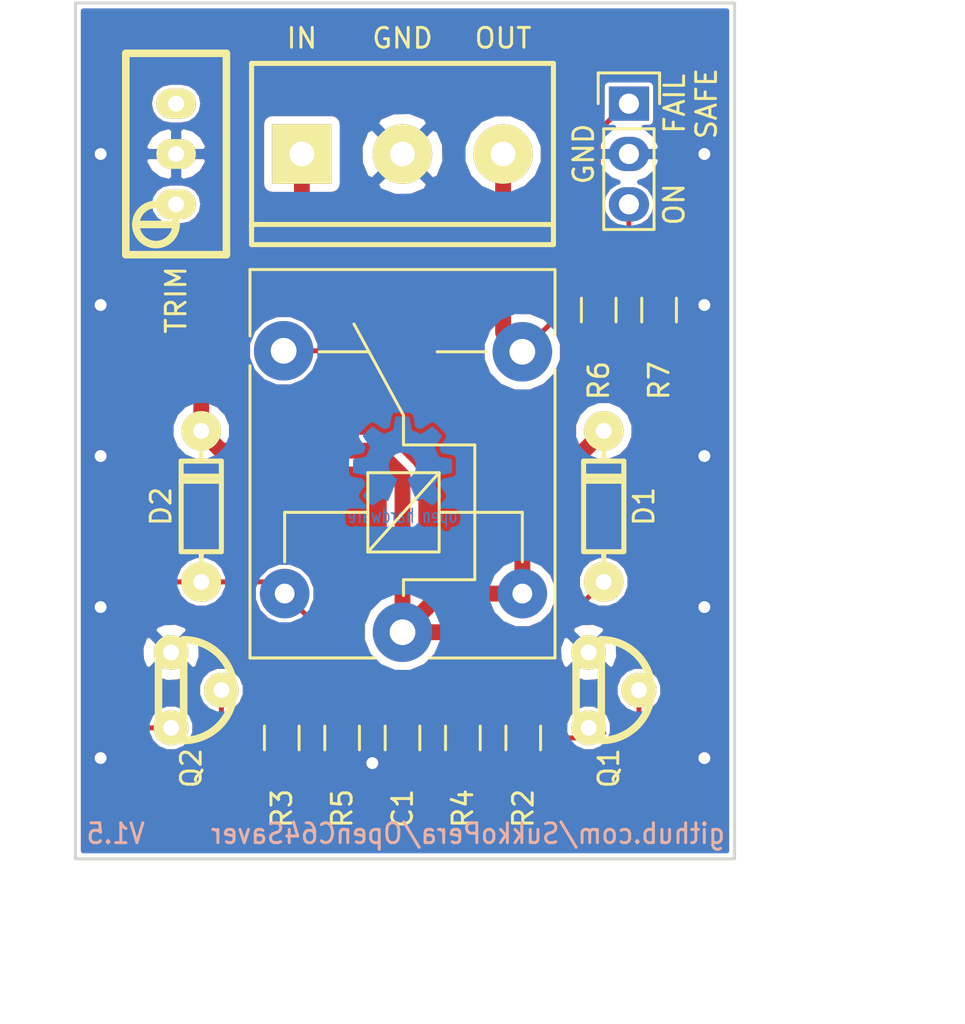
<source format=kicad_pcb>
(kicad_pcb (version 4) (host pcbnew 4.0.6)

  (general
    (links 27)
    (no_connects 0)
    (area 130.734999 73.584999 164.159001 116.915001)
    (thickness 1.6)
    (drawings 15)
    (tracks 102)
    (zones 0)
    (modules 16)
    (nets 11)
  )

  (page A4)
  (layers
    (0 F.Cu signal)
    (31 B.Cu signal)
    (32 B.Adhes user hide)
    (33 F.Adhes user hide)
    (34 B.Paste user hide)
    (35 F.Paste user hide)
    (36 B.SilkS user)
    (37 F.SilkS user)
    (38 B.Mask user)
    (39 F.Mask user)
    (40 Dwgs.User user)
    (41 Cmts.User user)
    (42 Eco1.User user)
    (43 Eco2.User user)
    (44 Edge.Cuts user)
    (45 Margin user)
    (46 B.CrtYd user)
    (47 F.CrtYd user)
    (48 B.Fab user hide)
    (49 F.Fab user)
  )

  (setup
    (last_trace_width 0.25)
    (trace_clearance 0.2)
    (zone_clearance 0.2)
    (zone_45_only no)
    (trace_min 0.2)
    (segment_width 0.2)
    (edge_width 0.15)
    (via_size 0.6)
    (via_drill 0.4)
    (via_min_size 0.4)
    (via_min_drill 0.3)
    (uvia_size 0.3)
    (uvia_drill 0.1)
    (uvias_allowed no)
    (uvia_min_size 0.2)
    (uvia_min_drill 0.1)
    (pcb_text_width 0.3)
    (pcb_text_size 1.5 1.5)
    (mod_edge_width 0.15)
    (mod_text_size 1 1)
    (mod_text_width 0.15)
    (pad_size 1.524 1.524)
    (pad_drill 0.762)
    (pad_to_mask_clearance 0.2)
    (aux_axis_origin 0 0)
    (visible_elements FFFFFF7F)
    (pcbplotparams
      (layerselection 0x010f0_80000001)
      (usegerberextensions false)
      (excludeedgelayer true)
      (linewidth 0.100000)
      (plotframeref false)
      (viasonmask false)
      (mode 1)
      (useauxorigin false)
      (hpglpennumber 1)
      (hpglpenspeed 20)
      (hpglpendiameter 15)
      (hpglpenoverlay 2)
      (psnegative false)
      (psa4output false)
      (plotreference true)
      (plotvalue true)
      (plotinvisibletext false)
      (padsonsilk false)
      (subtractmaskfromsilk false)
      (outputformat 1)
      (mirror false)
      (drillshape 0)
      (scaleselection 1)
      (outputdirectory gerbers/))
  )

  (net 0 "")
  (net 1 "Net-(C1-Pad1)")
  (net 2 GND)
  (net 3 VCC)
  (net 4 "Net-(D1-Pad2)")
  (net 5 "Net-(D3-Pad1)")
  (net 6 +5V)
  (net 7 "Net-(Q1-Pad2)")
  (net 8 "Net-(Q1-Pad3)")
  (net 9 "Net-(R6-Pad1)")
  (net 10 "Net-(D3-Pad3)")

  (net_class Default "This is the default net class."
    (clearance 0.2)
    (trace_width 0.25)
    (via_dia 0.6)
    (via_drill 0.4)
    (uvia_dia 0.3)
    (uvia_drill 0.1)
    (add_net "Net-(C1-Pad1)")
    (add_net "Net-(D1-Pad2)")
    (add_net "Net-(D3-Pad1)")
    (add_net "Net-(D3-Pad3)")
    (add_net "Net-(Q1-Pad2)")
    (add_net "Net-(Q1-Pad3)")
    (add_net "Net-(R6-Pad1)")
  )

  (net_class Power ""
    (clearance 0.4)
    (trace_width 0.8)
    (via_dia 0.8)
    (via_drill 0.6)
    (uvia_dia 0.3)
    (uvia_drill 0.1)
    (add_net +5V)
    (add_net GND)
    (add_net VCC)
  )

  (module pth_diodes:diode_do35 (layer F.Cu) (tedit 59A2908F) (tstamp 59766E1A)
    (at 157.48 99.06 90)
    (descr "Diode, DO-35 package")
    (path /59765F9C)
    (fp_text reference D1 (at 0 2.032 90) (layer F.SilkS)
      (effects (font (size 1 1) (thickness 0.15)))
    )
    (fp_text value "ZENER 4.7V" (at -2.032 2.54 90) (layer F.SilkS) hide
      (effects (font (thickness 0.3048)))
    )
    (fp_line (start 1.524 1.016) (end 1.524 -1.016) (layer F.SilkS) (width 0.254))
    (fp_line (start 1.27 -1.016) (end 1.27 1.016) (layer F.SilkS) (width 0.254))
    (fp_line (start 3.81 0) (end 2.286 0) (layer F.SilkS) (width 0.254))
    (fp_line (start -2.286 0) (end -3.81 0) (layer F.SilkS) (width 0.254))
    (fp_line (start -2.286 -1.016) (end 2.286 -1.016) (layer F.SilkS) (width 0.254))
    (fp_line (start 2.286 -1.016) (end 2.286 1.016) (layer F.SilkS) (width 0.254))
    (fp_line (start 2.286 1.016) (end -2.286 1.016) (layer F.SilkS) (width 0.254))
    (fp_line (start -2.286 1.016) (end -2.286 -1.016) (layer F.SilkS) (width 0.254))
    (pad 2 thru_hole circle (at -3.81 0 90) (size 1.99898 1.99898) (drill 0.8001) (layers *.Cu *.Mask F.SilkS)
      (net 4 "Net-(D1-Pad2)"))
    (pad 1 thru_hole circle (at 3.81 0 90) (size 1.99898 1.99898) (drill 0.8001) (layers *.Cu *.Mask F.SilkS)
      (net 3 VCC))
    (model /home/sukko/Documents/kicad/libKiCad/3d/pth_diodes/diode_do35.wrl
      (at (xyz 0 0 0))
      (scale (xyz 1 1 1))
      (rotate (xyz 0 0 0))
    )
  )

  (module pth_diodes:diode_do35 (layer F.Cu) (tedit 59A28FAD) (tstamp 59766E20)
    (at 137.16 99.06 90)
    (descr "Diode, DO-35 package")
    (path /59766BE3)
    (fp_text reference D2 (at 0 -2.032 90) (layer F.SilkS)
      (effects (font (size 1 1) (thickness 0.15)))
    )
    (fp_text value 1N4148 (at 0 2.794 90) (layer F.SilkS) hide
      (effects (font (thickness 0.3048)))
    )
    (fp_line (start 1.524 1.016) (end 1.524 -1.016) (layer F.SilkS) (width 0.254))
    (fp_line (start 1.27 -1.016) (end 1.27 1.016) (layer F.SilkS) (width 0.254))
    (fp_line (start 3.81 0) (end 2.286 0) (layer F.SilkS) (width 0.254))
    (fp_line (start -2.286 0) (end -3.81 0) (layer F.SilkS) (width 0.254))
    (fp_line (start -2.286 -1.016) (end 2.286 -1.016) (layer F.SilkS) (width 0.254))
    (fp_line (start 2.286 -1.016) (end 2.286 1.016) (layer F.SilkS) (width 0.254))
    (fp_line (start 2.286 1.016) (end -2.286 1.016) (layer F.SilkS) (width 0.254))
    (fp_line (start -2.286 1.016) (end -2.286 -1.016) (layer F.SilkS) (width 0.254))
    (pad 2 thru_hole circle (at -3.81 0 90) (size 1.99898 1.99898) (drill 0.8001) (layers *.Cu *.Mask F.SilkS)
      (net 1 "Net-(C1-Pad1)"))
    (pad 1 thru_hole circle (at 3.81 0 90) (size 1.99898 1.99898) (drill 0.8001) (layers *.Cu *.Mask F.SilkS)
      (net 3 VCC))
    (model /home/sukko/Documents/kicad/libKiCad/3d/pth_diodes/diode_do35.wrl
      (at (xyz 0 0 0))
      (scale (xyz 1 1 1))
      (rotate (xyz 0 0 0))
    )
  )

  (module Resistors_SMD:R_0805_HandSoldering (layer F.Cu) (tedit 58307B90) (tstamp 59766E14)
    (at 147.32 110.744 270)
    (descr "Resistor SMD 0805, hand soldering")
    (tags "resistor 0805")
    (path /597660AB)
    (attr smd)
    (fp_text reference C1 (at 3.556 0 270) (layer F.SilkS)
      (effects (font (size 1 1) (thickness 0.15)))
    )
    (fp_text value 0.2u (at -4.064 0 270) (layer F.Fab)
      (effects (font (size 1 1) (thickness 0.15)))
    )
    (fp_line (start -1 0.625) (end -1 -0.625) (layer F.Fab) (width 0.1))
    (fp_line (start 1 0.625) (end -1 0.625) (layer F.Fab) (width 0.1))
    (fp_line (start 1 -0.625) (end 1 0.625) (layer F.Fab) (width 0.1))
    (fp_line (start -1 -0.625) (end 1 -0.625) (layer F.Fab) (width 0.1))
    (fp_line (start -2.4 -1) (end 2.4 -1) (layer F.CrtYd) (width 0.05))
    (fp_line (start -2.4 1) (end 2.4 1) (layer F.CrtYd) (width 0.05))
    (fp_line (start -2.4 -1) (end -2.4 1) (layer F.CrtYd) (width 0.05))
    (fp_line (start 2.4 -1) (end 2.4 1) (layer F.CrtYd) (width 0.05))
    (fp_line (start 0.6 0.875) (end -0.6 0.875) (layer F.SilkS) (width 0.15))
    (fp_line (start -0.6 -0.875) (end 0.6 -0.875) (layer F.SilkS) (width 0.15))
    (pad 1 smd rect (at -1.35 0 270) (size 1.5 1.3) (layers F.Cu F.Paste F.Mask)
      (net 1 "Net-(C1-Pad1)"))
    (pad 2 smd rect (at 1.35 0 270) (size 1.5 1.3) (layers F.Cu F.Paste F.Mask)
      (net 2 GND))
    (model /home/sukko/Documents/kicad/lib/kicad_libs/modules/packages3d/walter/smd_cap/c_0805.wrl
      (at (xyz 0 0 0))
      (scale (xyz 1 1 1))
      (rotate (xyz 0 0 0))
    )
  )

  (module pth_resistors:trimmer_vishay_64w (layer F.Cu) (tedit 597672D9) (tstamp 59766E43)
    (at 135.89 81.28 180)
    (descr "trimmer, multiturn cermet, Vishay 64W")
    (tags trimmer)
    (path /59768CBA)
    (fp_text reference R1 (at 0 6.604 180) (layer F.SilkS) hide
      (effects (font (thickness 0.3048)))
    )
    (fp_text value "R_Tuning - 5K" (at 4.318 0 270) (layer F.SilkS) hide
      (effects (font (thickness 0.3048)))
    )
    (fp_line (start 2.54 -5.08) (end 2.54 5.08) (layer F.SilkS) (width 0.381))
    (fp_line (start 2.54 5.08) (end -2.54 5.08) (layer F.SilkS) (width 0.381))
    (fp_line (start -2.54 5.08) (end -2.54 -5.08) (layer F.SilkS) (width 0.381))
    (fp_line (start 0 -3.556) (end 2.032 -3.556) (layer F.SilkS) (width 0.381))
    (fp_circle (center 1.016 -3.556) (end 2.032 -3.556) (layer F.SilkS) (width 0.381))
    (fp_line (start 2.54 -5.08) (end -2.54 -5.08) (layer F.SilkS) (width 0.381))
    (pad 1 thru_hole oval (at 0 -2.54 180) (size 1.99898 1.50114) (drill 0.8001) (layers *.Cu *.Mask F.SilkS)
      (net 7 "Net-(Q1-Pad2)"))
    (pad 2 thru_hole oval (at 0 0 180) (size 1.99898 1.50114) (drill 0.8001) (layers *.Cu *.Mask F.SilkS)
      (net 2 GND))
    (pad 3 thru_hole oval (at 0 2.54 180) (size 1.99898 1.50114) (drill 0.8001) (layers *.Cu *.Mask F.SilkS))
    (model /home/sukko/Documents/kicad/libKiCad/3d/pth_resistors/trimmer_vishay_64w.wrl
      (at (xyz 0 0 0))
      (scale (xyz 1 1 1))
      (rotate (xyz 0 0 0))
    )
  )

  (module Resistors_SMD:R_0805_HandSoldering (layer F.Cu) (tedit 58307B90) (tstamp 59766E49)
    (at 153.416 110.744 270)
    (descr "Resistor SMD 0805, hand soldering")
    (tags "resistor 0805")
    (path /59765E4A)
    (attr smd)
    (fp_text reference R2 (at 3.556 0 270) (layer F.SilkS)
      (effects (font (size 1 1) (thickness 0.15)))
    )
    (fp_text value 2.2k (at -3.302 0 270) (layer F.Fab)
      (effects (font (size 1 1) (thickness 0.15)))
    )
    (fp_line (start -1 0.625) (end -1 -0.625) (layer F.Fab) (width 0.1))
    (fp_line (start 1 0.625) (end -1 0.625) (layer F.Fab) (width 0.1))
    (fp_line (start 1 -0.625) (end 1 0.625) (layer F.Fab) (width 0.1))
    (fp_line (start -1 -0.625) (end 1 -0.625) (layer F.Fab) (width 0.1))
    (fp_line (start -2.4 -1) (end 2.4 -1) (layer F.CrtYd) (width 0.05))
    (fp_line (start -2.4 1) (end 2.4 1) (layer F.CrtYd) (width 0.05))
    (fp_line (start -2.4 -1) (end -2.4 1) (layer F.CrtYd) (width 0.05))
    (fp_line (start 2.4 -1) (end 2.4 1) (layer F.CrtYd) (width 0.05))
    (fp_line (start 0.6 0.875) (end -0.6 0.875) (layer F.SilkS) (width 0.15))
    (fp_line (start -0.6 -0.875) (end 0.6 -0.875) (layer F.SilkS) (width 0.15))
    (pad 1 smd rect (at -1.35 0 270) (size 1.5 1.3) (layers F.Cu F.Paste F.Mask)
      (net 4 "Net-(D1-Pad2)"))
    (pad 2 smd rect (at 1.35 0 270) (size 1.5 1.3) (layers F.Cu F.Paste F.Mask)
      (net 7 "Net-(Q1-Pad2)"))
    (model /home/sukko/Documents/kicad/lib/kicad_libs/modules/packages3d/walter/smd_resistors/r_0805.wrl
      (at (xyz 0 0 0))
      (scale (xyz 1 1 1))
      (rotate (xyz 0 0 0))
    )
  )

  (module Resistors_SMD:R_0805_HandSoldering (layer F.Cu) (tedit 58307B90) (tstamp 59766E4F)
    (at 141.224 110.744 90)
    (descr "Resistor SMD 0805, hand soldering")
    (tags "resistor 0805")
    (path /59765DBB)
    (attr smd)
    (fp_text reference R3 (at -3.556 0 90) (layer F.SilkS)
      (effects (font (size 1 1) (thickness 0.15)))
    )
    (fp_text value 10k (at 4.064 0 90) (layer F.Fab)
      (effects (font (size 1 1) (thickness 0.15)))
    )
    (fp_line (start -1 0.625) (end -1 -0.625) (layer F.Fab) (width 0.1))
    (fp_line (start 1 0.625) (end -1 0.625) (layer F.Fab) (width 0.1))
    (fp_line (start 1 -0.625) (end 1 0.625) (layer F.Fab) (width 0.1))
    (fp_line (start -1 -0.625) (end 1 -0.625) (layer F.Fab) (width 0.1))
    (fp_line (start -2.4 -1) (end 2.4 -1) (layer F.CrtYd) (width 0.05))
    (fp_line (start -2.4 1) (end 2.4 1) (layer F.CrtYd) (width 0.05))
    (fp_line (start -2.4 -1) (end -2.4 1) (layer F.CrtYd) (width 0.05))
    (fp_line (start 2.4 -1) (end 2.4 1) (layer F.CrtYd) (width 0.05))
    (fp_line (start 0.6 0.875) (end -0.6 0.875) (layer F.SilkS) (width 0.15))
    (fp_line (start -0.6 -0.875) (end 0.6 -0.875) (layer F.SilkS) (width 0.15))
    (pad 1 smd rect (at -1.35 0 90) (size 1.5 1.3) (layers F.Cu F.Paste F.Mask)
      (net 7 "Net-(Q1-Pad2)"))
    (pad 2 smd rect (at 1.35 0 90) (size 1.5 1.3) (layers F.Cu F.Paste F.Mask)
      (net 2 GND))
    (model /home/sukko/Documents/kicad/lib/kicad_libs/modules/packages3d/walter/smd_resistors/r_0805.wrl
      (at (xyz 0 0 0))
      (scale (xyz 1 1 1))
      (rotate (xyz 0 0 0))
    )
  )

  (module Resistors_SMD:R_0805_HandSoldering (layer F.Cu) (tedit 58307B90) (tstamp 59766E55)
    (at 150.368 110.744 270)
    (descr "Resistor SMD 0805, hand soldering")
    (tags "resistor 0805")
    (path /597663FA)
    (attr smd)
    (fp_text reference R4 (at 3.556 0 270) (layer F.SilkS)
      (effects (font (size 1 1) (thickness 0.15)))
    )
    (fp_text value 2.2k (at -4.064 0 270) (layer F.Fab)
      (effects (font (size 1 1) (thickness 0.15)))
    )
    (fp_line (start -1 0.625) (end -1 -0.625) (layer F.Fab) (width 0.1))
    (fp_line (start 1 0.625) (end -1 0.625) (layer F.Fab) (width 0.1))
    (fp_line (start 1 -0.625) (end 1 0.625) (layer F.Fab) (width 0.1))
    (fp_line (start -1 -0.625) (end 1 -0.625) (layer F.Fab) (width 0.1))
    (fp_line (start -2.4 -1) (end 2.4 -1) (layer F.CrtYd) (width 0.05))
    (fp_line (start -2.4 1) (end 2.4 1) (layer F.CrtYd) (width 0.05))
    (fp_line (start -2.4 -1) (end -2.4 1) (layer F.CrtYd) (width 0.05))
    (fp_line (start 2.4 -1) (end 2.4 1) (layer F.CrtYd) (width 0.05))
    (fp_line (start 0.6 0.875) (end -0.6 0.875) (layer F.SilkS) (width 0.15))
    (fp_line (start -0.6 -0.875) (end 0.6 -0.875) (layer F.SilkS) (width 0.15))
    (pad 1 smd rect (at -1.35 0 270) (size 1.5 1.3) (layers F.Cu F.Paste F.Mask)
      (net 3 VCC))
    (pad 2 smd rect (at 1.35 0 270) (size 1.5 1.3) (layers F.Cu F.Paste F.Mask)
      (net 8 "Net-(Q1-Pad3)"))
    (model /home/sukko/Documents/kicad/lib/kicad_libs/modules/packages3d/walter/smd_resistors/r_0805.wrl
      (at (xyz 0 0 0))
      (scale (xyz 1 1 1))
      (rotate (xyz 0 0 0))
    )
  )

  (module Resistors_SMD:R_0805_HandSoldering (layer F.Cu) (tedit 58307B90) (tstamp 59766E5B)
    (at 144.272 110.744 270)
    (descr "Resistor SMD 0805, hand soldering")
    (tags "resistor 0805")
    (path /5976603D)
    (attr smd)
    (fp_text reference R5 (at 3.556 0 270) (layer F.SilkS)
      (effects (font (size 1 1) (thickness 0.15)))
    )
    (fp_text value 220k (at -4.318 0 270) (layer F.Fab)
      (effects (font (size 1 1) (thickness 0.15)))
    )
    (fp_line (start -1 0.625) (end -1 -0.625) (layer F.Fab) (width 0.1))
    (fp_line (start 1 0.625) (end -1 0.625) (layer F.Fab) (width 0.1))
    (fp_line (start 1 -0.625) (end 1 0.625) (layer F.Fab) (width 0.1))
    (fp_line (start -1 -0.625) (end 1 -0.625) (layer F.Fab) (width 0.1))
    (fp_line (start -2.4 -1) (end 2.4 -1) (layer F.CrtYd) (width 0.05))
    (fp_line (start -2.4 1) (end 2.4 1) (layer F.CrtYd) (width 0.05))
    (fp_line (start -2.4 -1) (end -2.4 1) (layer F.CrtYd) (width 0.05))
    (fp_line (start 2.4 -1) (end 2.4 1) (layer F.CrtYd) (width 0.05))
    (fp_line (start 0.6 0.875) (end -0.6 0.875) (layer F.SilkS) (width 0.15))
    (fp_line (start -0.6 -0.875) (end 0.6 -0.875) (layer F.SilkS) (width 0.15))
    (pad 1 smd rect (at -1.35 0 270) (size 1.5 1.3) (layers F.Cu F.Paste F.Mask)
      (net 1 "Net-(C1-Pad1)"))
    (pad 2 smd rect (at 1.35 0 270) (size 1.5 1.3) (layers F.Cu F.Paste F.Mask)
      (net 7 "Net-(Q1-Pad2)"))
    (model /home/sukko/Documents/kicad/lib/kicad_libs/modules/packages3d/walter/smd_resistors/r_0805.wrl
      (at (xyz 0 0 0))
      (scale (xyz 1 1 1))
      (rotate (xyz 0 0 0))
    )
  )

  (module Resistors_SMD:R_0805_HandSoldering (layer F.Cu) (tedit 58307B90) (tstamp 59766E61)
    (at 157.226 89.154 90)
    (descr "Resistor SMD 0805, hand soldering")
    (tags "resistor 0805")
    (path /597671B5)
    (attr smd)
    (fp_text reference R6 (at -3.556 0 90) (layer F.SilkS)
      (effects (font (size 1 1) (thickness 0.15)))
    )
    (fp_text value 1k (at 3.302 0 90) (layer F.Fab)
      (effects (font (size 1 1) (thickness 0.15)))
    )
    (fp_line (start -1 0.625) (end -1 -0.625) (layer F.Fab) (width 0.1))
    (fp_line (start 1 0.625) (end -1 0.625) (layer F.Fab) (width 0.1))
    (fp_line (start 1 -0.625) (end 1 0.625) (layer F.Fab) (width 0.1))
    (fp_line (start -1 -0.625) (end 1 -0.625) (layer F.Fab) (width 0.1))
    (fp_line (start -2.4 -1) (end 2.4 -1) (layer F.CrtYd) (width 0.05))
    (fp_line (start -2.4 1) (end 2.4 1) (layer F.CrtYd) (width 0.05))
    (fp_line (start -2.4 -1) (end -2.4 1) (layer F.CrtYd) (width 0.05))
    (fp_line (start 2.4 -1) (end 2.4 1) (layer F.CrtYd) (width 0.05))
    (fp_line (start 0.6 0.875) (end -0.6 0.875) (layer F.SilkS) (width 0.15))
    (fp_line (start -0.6 -0.875) (end 0.6 -0.875) (layer F.SilkS) (width 0.15))
    (pad 1 smd rect (at -1.35 0 90) (size 1.5 1.3) (layers F.Cu F.Paste F.Mask)
      (net 9 "Net-(R6-Pad1)"))
    (pad 2 smd rect (at 1.35 0 90) (size 1.5 1.3) (layers F.Cu F.Paste F.Mask)
      (net 5 "Net-(D3-Pad1)"))
    (model /home/sukko/Documents/kicad/lib/kicad_libs/modules/packages3d/walter/smd_resistors/r_0805.wrl
      (at (xyz 0 0 0))
      (scale (xyz 1 1 1))
      (rotate (xyz 0 0 0))
    )
  )

  (module Resistors_SMD:R_0805_HandSoldering (layer F.Cu) (tedit 58307B90) (tstamp 59766E67)
    (at 160.274 89.154 90)
    (descr "Resistor SMD 0805, hand soldering")
    (tags "resistor 0805")
    (path /59768A52)
    (attr smd)
    (fp_text reference R7 (at -3.556 0 90) (layer F.SilkS)
      (effects (font (size 1 1) (thickness 0.15)))
    )
    (fp_text value 1k (at 3.302 0 90) (layer F.Fab)
      (effects (font (size 1 1) (thickness 0.15)))
    )
    (fp_line (start -1 0.625) (end -1 -0.625) (layer F.Fab) (width 0.1))
    (fp_line (start 1 0.625) (end -1 0.625) (layer F.Fab) (width 0.1))
    (fp_line (start 1 -0.625) (end 1 0.625) (layer F.Fab) (width 0.1))
    (fp_line (start -1 -0.625) (end 1 -0.625) (layer F.Fab) (width 0.1))
    (fp_line (start -2.4 -1) (end 2.4 -1) (layer F.CrtYd) (width 0.05))
    (fp_line (start -2.4 1) (end 2.4 1) (layer F.CrtYd) (width 0.05))
    (fp_line (start -2.4 -1) (end -2.4 1) (layer F.CrtYd) (width 0.05))
    (fp_line (start 2.4 -1) (end 2.4 1) (layer F.CrtYd) (width 0.05))
    (fp_line (start 0.6 0.875) (end -0.6 0.875) (layer F.SilkS) (width 0.15))
    (fp_line (start -0.6 -0.875) (end 0.6 -0.875) (layer F.SilkS) (width 0.15))
    (pad 1 smd rect (at -1.35 0 90) (size 1.5 1.3) (layers F.Cu F.Paste F.Mask)
      (net 6 +5V))
    (pad 2 smd rect (at 1.35 0 90) (size 1.5 1.3) (layers F.Cu F.Paste F.Mask)
      (net 10 "Net-(D3-Pad3)"))
    (model /home/sukko/Documents/kicad/lib/kicad_libs/modules/packages3d/walter/smd_resistors/r_0805.wrl
      (at (xyz 0 0 0))
      (scale (xyz 1 1 1))
      (rotate (xyz 0 0 0))
    )
  )

  (module Relays_THT:Relay_SANYOU_SRD_Series_Form_C (layer F.Cu) (tedit 59767EC5) (tstamp 59767007)
    (at 147.32 105.41 90)
    (descr "relay, Sanyou SRD series Form C")
    (path /59766AA9)
    (fp_text reference RL1 (at 8.1 9.2 90) (layer F.SilkS) hide
      (effects (font (size 1 1) (thickness 0.15)))
    )
    (fp_text value SRD-05VDC-SL-C (at 8 -9.6 90) (layer F.Fab) hide
      (effects (font (size 1 1) (thickness 0.15)))
    )
    (fp_line (start 15 7.7) (end 18.3 7.7) (layer F.SilkS) (width 0.15))
    (fp_line (start 18.3 7.7) (end 18.3 -7.7) (layer F.SilkS) (width 0.15))
    (fp_line (start 18.3 -7.7) (end 14.95 -7.7) (layer F.SilkS) (width 0.15))
    (fp_line (start -1.3 1.35) (end -1.3 7.7) (layer F.SilkS) (width 0.15))
    (fp_line (start -1.3 7.7) (end 13.25 7.7) (layer F.SilkS) (width 0.15))
    (fp_line (start -1.3 -1.4) (end -1.3 -7.7) (layer F.SilkS) (width 0.15))
    (fp_line (start -1.3 -7.7) (end 13.45 -7.7) (layer F.SilkS) (width 0.15))
    (fp_line (start -1.3 -7.65) (end -1.3 -1.4) (layer F.SilkS) (width 0.15))
    (fp_line (start 14.15 4.2) (end 14.15 1.75) (layer F.SilkS) (width 0.15))
    (fp_line (start 14.15 -4.2) (end 14.15 -1.7) (layer F.SilkS) (width 0.15))
    (fp_line (start 3.55 6.05) (end 6.05 6.05) (layer F.SilkS) (width 0.15))
    (fp_line (start 2.65 0.05) (end 1.85 0.05) (layer F.SilkS) (width 0.15))
    (fp_line (start 6.05 -5.95) (end 3.55 -5.95) (layer F.SilkS) (width 0.15))
    (fp_line (start 9.45 0.05) (end 10.95 0.05) (layer F.SilkS) (width 0.15))
    (fp_line (start 10.95 0.05) (end 15.55 -2.45) (layer F.SilkS) (width 0.15))
    (fp_line (start 9.45 3.65) (end 2.65 3.65) (layer F.SilkS) (width 0.15))
    (fp_line (start 9.45 0.05) (end 9.45 3.65) (layer F.SilkS) (width 0.15))
    (fp_line (start 2.65 0.05) (end 2.65 3.65) (layer F.SilkS) (width 0.15))
    (fp_line (start 6.05 -5.95) (end 6.05 -1.75) (layer F.SilkS) (width 0.15))
    (fp_line (start 6.05 1.85) (end 6.05 6.05) (layer F.SilkS) (width 0.15))
    (fp_line (start 8.05 1.85) (end 4.05 -1.75) (layer F.SilkS) (width 0.15))
    (fp_line (start 4.05 1.85) (end 4.05 -1.75) (layer F.SilkS) (width 0.15))
    (fp_line (start 4.05 -1.75) (end 8.05 -1.75) (layer F.SilkS) (width 0.15))
    (fp_line (start 8.05 -1.75) (end 8.05 1.85) (layer F.SilkS) (width 0.15))
    (fp_line (start 8.05 1.85) (end 4.05 1.85) (layer F.SilkS) (width 0.15))
    (pad 2 thru_hole circle (at 1.95 6.05 180) (size 2.5 2.5) (drill 1) (layers *.Cu *.Mask)
      (net 3 VCC))
    (pad 3 thru_hole circle (at 14.15 6.05 180) (size 3 3) (drill 1.3) (layers *.Cu *.Mask)
      (net 6 +5V))
    (pad 4 thru_hole circle (at 14.2 -6 180) (size 3 3) (drill 1.3) (layers *.Cu *.Mask)
      (net 9 "Net-(R6-Pad1)"))
    (pad 5 thru_hole circle (at 1.95 -5.95 180) (size 2.5 2.5) (drill 1) (layers *.Cu *.Mask)
      (net 1 "Net-(C1-Pad1)"))
    (pad 1 thru_hole circle (at 0 0 180) (size 3 3) (drill 1.3) (layers *.Cu *.Mask)
      (net 3 VCC))
    (model Relays_ThroughHole.3dshapes/Relay_SANYOU_SRD_Series_Form_C.wrl
      (at (xyz 0 0 0))
      (scale (xyz 1 1 1))
      (rotate (xyz 0 0 0))
    )
  )

  (module conn_screw:mors_3p (layer F.Cu) (tedit 597797CD) (tstamp 59767E2F)
    (at 147.32 81.28)
    (descr "Terminal block 3 pins")
    (tags DEV)
    (path /5976AA96)
    (fp_text reference J1 (at 0 -5.842) (layer F.SilkS) hide
      (effects (font (thickness 0.3048)))
    )
    (fp_text value "Power I/O" (at 0 -6.096) (layer F.SilkS) hide
      (effects (font (thickness 0.3048)))
    )
    (fp_line (start -7.62 4.572) (end -7.62 3.556) (layer F.SilkS) (width 0.254))
    (fp_line (start -7.62 3.556) (end 7.62 3.556) (layer F.SilkS) (width 0.254))
    (fp_line (start 7.62 3.556) (end 7.62 4.572) (layer F.SilkS) (width 0.254))
    (fp_line (start 7.62 4.572) (end -7.62 4.572) (layer F.SilkS) (width 0.254))
    (fp_line (start -7.62 -4.572) (end -7.62 -3.81) (layer F.SilkS) (width 0.254))
    (fp_line (start -7.62 -4.572) (end 7.62 -4.572) (layer F.SilkS) (width 0.254))
    (fp_line (start 7.62 -4.572) (end 7.62 -3.81) (layer F.SilkS) (width 0.254))
    (fp_line (start -7.62 3.81) (end -7.62 -3.81) (layer F.SilkS) (width 0.254))
    (fp_line (start 7.62 3.81) (end 7.62 -3.81) (layer F.SilkS) (width 0.254))
    (pad 1 thru_hole rect (at -5.08 0) (size 2.99974 2.99974) (drill 1.24968) (layers *.Cu *.Mask F.SilkS)
      (net 3 VCC))
    (pad 2 thru_hole circle (at 0 0) (size 2.99974 2.99974) (drill 1.24968) (layers *.Cu *.Mask F.SilkS)
      (net 2 GND))
    (pad 3 thru_hole circle (at 5.08 0) (size 2.99974 2.99974) (drill 1.24968) (layers *.Cu *.Mask F.SilkS)
      (net 6 +5V))
    (model /home/sukko/Documents/kicad/libKiCad/3d/conn_screw/mors_3p.wrl
      (at (xyz 0 0 0))
      (scale (xyz 1 1 1))
      (rotate (xyz 0 0 0))
    )
  )

  (module Pin_Headers:Pin_Header_Straight_1x03 (layer F.Cu) (tedit 59A2C238) (tstamp 59A321E0)
    (at 158.75 78.74)
    (descr "Through hole pin header")
    (tags "pin header")
    (path /5976BDA1)
    (fp_text reference D3 (at 0 -5.1) (layer F.SilkS) hide
      (effects (font (size 1 1) (thickness 0.15)))
    )
    (fp_text value LED_Dual_ACA (at 0 -3.1) (layer F.Fab) hide
      (effects (font (size 1 1) (thickness 0.15)))
    )
    (fp_line (start -1.75 -1.75) (end -1.75 6.85) (layer F.CrtYd) (width 0.05))
    (fp_line (start 1.75 -1.75) (end 1.75 6.85) (layer F.CrtYd) (width 0.05))
    (fp_line (start -1.75 -1.75) (end 1.75 -1.75) (layer F.CrtYd) (width 0.05))
    (fp_line (start -1.75 6.85) (end 1.75 6.85) (layer F.CrtYd) (width 0.05))
    (fp_line (start -1.27 1.27) (end -1.27 6.35) (layer F.SilkS) (width 0.15))
    (fp_line (start -1.27 6.35) (end 1.27 6.35) (layer F.SilkS) (width 0.15))
    (fp_line (start 1.27 6.35) (end 1.27 1.27) (layer F.SilkS) (width 0.15))
    (fp_line (start 1.55 -1.55) (end 1.55 0) (layer F.SilkS) (width 0.15))
    (fp_line (start 1.27 1.27) (end -1.27 1.27) (layer F.SilkS) (width 0.15))
    (fp_line (start -1.55 0) (end -1.55 -1.55) (layer F.SilkS) (width 0.15))
    (fp_line (start -1.55 -1.55) (end 1.55 -1.55) (layer F.SilkS) (width 0.15))
    (pad 1 thru_hole rect (at 0 0) (size 2.032 1.7272) (drill 1.016) (layers *.Cu *.Mask)
      (net 5 "Net-(D3-Pad1)"))
    (pad 2 thru_hole oval (at 0 2.54) (size 2.032 1.7272) (drill 1.016) (layers *.Cu *.Mask)
      (net 2 GND))
    (pad 3 thru_hole oval (at 0 5.08) (size 2.032 1.7272) (drill 1.016) (layers *.Cu *.Mask)
      (net 10 "Net-(D3-Pad3)"))
    (model Pin_Headers.3dshapes/Pin_Header_Straight_1x03.wrl
      (at (xyz 0 -0.1 0))
      (scale (xyz 1 1 1))
      (rotate (xyz 0 0 90))
    )
  )

  (module C64Saver:to92_ebc (layer F.Cu) (tedit 59A2BB96) (tstamp 59A321E6)
    (at 157.353 108.331 270)
    (descr TO92_EBC)
    (path /59765D89)
    (fp_text reference Q1 (at 3.937 -0.381 270) (layer F.SilkS)
      (effects (font (size 1 1) (thickness 0.15)))
    )
    (fp_text value PN2222A (at 1.524 3.175 270) (layer F.SilkS) hide
      (effects (font (thickness 0.3048)))
    )
    (fp_line (start 2.54 0) (end -2.54 0) (layer F.SilkS) (width 0.381))
    (fp_line (start 2.54 0) (end 1.905 1.27) (layer F.SilkS) (width 0.381))
    (fp_line (start 1.905 1.27) (end -1.905 1.27) (layer F.SilkS) (width 0.381))
    (fp_line (start -1.905 1.27) (end -2.54 0) (layer F.SilkS) (width 0.381))
    (fp_arc (start 0 0) (end 0 -2.54) (angle 90) (layer F.SilkS) (width 0.381))
    (fp_arc (start 0 0) (end -2.54 0) (angle 90) (layer F.SilkS) (width 0.381))
    (pad 3 thru_hole circle (at 1.905 0.635 270) (size 1.75006 1.75006) (drill 0.8001) (layers *.Cu *.Mask F.SilkS)
      (net 8 "Net-(Q1-Pad3)"))
    (pad 2 thru_hole circle (at 0 -1.905 270) (size 1.75006 1.75006) (drill 0.8001) (layers *.Cu *.Mask F.SilkS)
      (net 7 "Net-(Q1-Pad2)"))
    (pad 1 thru_hole circle (at -1.905 0.635 270) (size 1.75006 1.75006) (drill 0.8001) (layers *.Cu *.Mask F.SilkS)
      (net 2 GND))
    (model /home/sukko/Documents/kicad/libKiCad/3d/to/to92_3.wrl
      (at (xyz 0 0 0))
      (scale (xyz 1 1 1))
      (rotate (xyz 0 0 0))
    )
  )

  (module C64Saver:to92_ebc (layer F.Cu) (tedit 59A2BB96) (tstamp 59A321F2)
    (at 136.271 108.331 270)
    (descr TO92_EBC)
    (path /59765C85)
    (fp_text reference Q2 (at 3.937 -0.381 270) (layer F.SilkS)
      (effects (font (size 1 1) (thickness 0.15)))
    )
    (fp_text value PN2222A (at 1.524 3.175 270) (layer F.SilkS) hide
      (effects (font (thickness 0.3048)))
    )
    (fp_line (start 2.54 0) (end -2.54 0) (layer F.SilkS) (width 0.381))
    (fp_line (start 2.54 0) (end 1.905 1.27) (layer F.SilkS) (width 0.381))
    (fp_line (start 1.905 1.27) (end -1.905 1.27) (layer F.SilkS) (width 0.381))
    (fp_line (start -1.905 1.27) (end -2.54 0) (layer F.SilkS) (width 0.381))
    (fp_arc (start 0 0) (end 0 -2.54) (angle 90) (layer F.SilkS) (width 0.381))
    (fp_arc (start 0 0) (end -2.54 0) (angle 90) (layer F.SilkS) (width 0.381))
    (pad 3 thru_hole circle (at 1.905 0.635 270) (size 1.75006 1.75006) (drill 0.8001) (layers *.Cu *.Mask F.SilkS)
      (net 1 "Net-(C1-Pad1)"))
    (pad 2 thru_hole circle (at 0 -1.905 270) (size 1.75006 1.75006) (drill 0.8001) (layers *.Cu *.Mask F.SilkS)
      (net 8 "Net-(Q1-Pad3)"))
    (pad 1 thru_hole circle (at -1.905 0.635 270) (size 1.75006 1.75006) (drill 0.8001) (layers *.Cu *.Mask F.SilkS)
      (net 2 GND))
    (model /home/sukko/Documents/kicad/libKiCad/3d/to/to92_3.wrl
      (at (xyz 0 0 0))
      (scale (xyz 1 1 1))
      (rotate (xyz 0 0 0))
    )
  )

  (module w_logo:Logo_copper_OSHW_6x6mm (layer B.Cu) (tedit 0) (tstamp 59A323D4)
    (at 147.32 96.774 180)
    (descr "Open Hardware Logo, 6x6mm")
    (fp_text reference G*** (at 0 0 180) (layer B.SilkS) hide
      (effects (font (size 0.22606 0.22606) (thickness 0.04318)) (justify mirror))
    )
    (fp_text value LOGO (at 0 -0.3 180) (layer B.SilkS) hide
      (effects (font (size 0.22606 0.22606) (thickness 0.04318)) (justify mirror))
    )
    (fp_line (start 2.16 -2.62) (end 2.16 -3.08) (layer B.Cu) (width 0.075))
    (fp_line (start 2.25 -2.62) (end 2.3 -2.62) (layer B.Cu) (width 0.075))
    (fp_line (start 2.2 -2.65) (end 2.25 -2.62) (layer B.Cu) (width 0.075))
    (fp_line (start 2.18 -2.67) (end 2.2 -2.65) (layer B.Cu) (width 0.075))
    (fp_line (start 2.16 -2.74) (end 2.18 -2.67) (layer B.Cu) (width 0.075))
    (fp_line (start 2.6 -3.08) (end 2.65 -3.05) (layer B.Cu) (width 0.075))
    (fp_line (start 2.5 -3.08) (end 2.6 -3.08) (layer B.Cu) (width 0.075))
    (fp_line (start 2.46 -3.05) (end 2.5 -3.08) (layer B.Cu) (width 0.075))
    (fp_line (start 2.44 -2.98) (end 2.46 -3.05) (layer B.Cu) (width 0.075))
    (fp_line (start 2.44 -2.71) (end 2.44 -2.98) (layer B.Cu) (width 0.075))
    (fp_line (start 2.47 -2.65) (end 2.44 -2.71) (layer B.Cu) (width 0.075))
    (fp_line (start 2.51 -2.62) (end 2.47 -2.65) (layer B.Cu) (width 0.075))
    (fp_line (start 2.61 -2.62) (end 2.51 -2.62) (layer B.Cu) (width 0.075))
    (fp_line (start 2.65 -2.66) (end 2.61 -2.62) (layer B.Cu) (width 0.075))
    (fp_line (start 2.67 -2.73) (end 2.65 -2.66) (layer B.Cu) (width 0.075))
    (fp_line (start 2.67 -2.85) (end 2.67 -2.73) (layer B.Cu) (width 0.075))
    (fp_line (start 2.67 -2.85) (end 2.44 -2.85) (layer B.Cu) (width 0.075))
    (fp_line (start 1.92 -2.71) (end 1.92 -3.08) (layer B.Cu) (width 0.075))
    (fp_line (start 1.89 -2.65) (end 1.92 -2.71) (layer B.Cu) (width 0.075))
    (fp_line (start 1.85 -2.62) (end 1.89 -2.65) (layer B.Cu) (width 0.075))
    (fp_line (start 1.75 -2.62) (end 1.85 -2.62) (layer B.Cu) (width 0.075))
    (fp_line (start 1.7 -2.65) (end 1.75 -2.62) (layer B.Cu) (width 0.075))
    (fp_line (start 1.76 -2.81) (end 1.71 -2.84) (layer B.Cu) (width 0.075))
    (fp_line (start 1.88 -2.81) (end 1.76 -2.81) (layer B.Cu) (width 0.075))
    (fp_line (start 1.92 -2.78) (end 1.88 -2.81) (layer B.Cu) (width 0.075))
    (fp_line (start 1.87 -3.08) (end 1.92 -3.04) (layer B.Cu) (width 0.075))
    (fp_line (start 1.75 -3.08) (end 1.87 -3.08) (layer B.Cu) (width 0.075))
    (fp_line (start 1.7 -3.04) (end 1.75 -3.08) (layer B.Cu) (width 0.075))
    (fp_line (start 1.68 -2.98) (end 1.7 -3.04) (layer B.Cu) (width 0.075))
    (fp_line (start 1.68 -2.91) (end 1.68 -2.98) (layer B.Cu) (width 0.075))
    (fp_line (start 1.71 -2.84) (end 1.68 -2.91) (layer B.Cu) (width 0.075))
    (fp_line (start 1.13 -2.62) (end 1.23 -3.08) (layer B.Cu) (width 0.075))
    (fp_line (start 1.23 -3.08) (end 1.32 -2.74) (layer B.Cu) (width 0.075))
    (fp_line (start 1.32 -2.74) (end 1.42 -3.08) (layer B.Cu) (width 0.075))
    (fp_line (start 1.42 -3.08) (end 1.52 -2.62) (layer B.Cu) (width 0.075))
    (fp_line (start 0.94 -3.05) (end 0.9 -3.08) (layer B.Cu) (width 0.075))
    (fp_line (start 0.9 -3.08) (end 0.79 -3.08) (layer B.Cu) (width 0.075))
    (fp_line (start 0.79 -3.08) (end 0.75 -3.05) (layer B.Cu) (width 0.075))
    (fp_line (start 0.75 -3.05) (end 0.73 -3.02) (layer B.Cu) (width 0.075))
    (fp_line (start 0.73 -3.02) (end 0.7 -2.95) (layer B.Cu) (width 0.075))
    (fp_line (start 0.7 -2.95) (end 0.7 -2.75) (layer B.Cu) (width 0.075))
    (fp_line (start 0.7 -2.75) (end 0.73 -2.68) (layer B.Cu) (width 0.075))
    (fp_line (start 0.73 -2.68) (end 0.75 -2.65) (layer B.Cu) (width 0.075))
    (fp_line (start 0.75 -2.65) (end 0.81 -2.61) (layer B.Cu) (width 0.075))
    (fp_line (start 0.81 -2.61) (end 0.88 -2.61) (layer B.Cu) (width 0.075))
    (fp_line (start 0.88 -2.61) (end 0.94 -2.65) (layer B.Cu) (width 0.075))
    (fp_line (start 0.94 -2.38) (end 0.94 -3.08) (layer B.Cu) (width 0.075))
    (fp_line (start 0.42 -2.74) (end 0.44 -2.67) (layer B.Cu) (width 0.075))
    (fp_line (start 0.44 -2.67) (end 0.46 -2.65) (layer B.Cu) (width 0.075))
    (fp_line (start 0.46 -2.65) (end 0.51 -2.62) (layer B.Cu) (width 0.075))
    (fp_line (start 0.51 -2.62) (end 0.56 -2.62) (layer B.Cu) (width 0.075))
    (fp_line (start 0.42 -2.62) (end 0.42 -3.08) (layer B.Cu) (width 0.075))
    (fp_line (start -0.03 -2.84) (end -0.06 -2.91) (layer B.Cu) (width 0.075))
    (fp_line (start -0.06 -2.91) (end -0.06 -2.98) (layer B.Cu) (width 0.075))
    (fp_line (start -0.06 -2.98) (end -0.04 -3.04) (layer B.Cu) (width 0.075))
    (fp_line (start -0.04 -3.04) (end 0.01 -3.08) (layer B.Cu) (width 0.075))
    (fp_line (start 0.01 -3.08) (end 0.13 -3.08) (layer B.Cu) (width 0.075))
    (fp_line (start 0.13 -3.08) (end 0.18 -3.04) (layer B.Cu) (width 0.075))
    (fp_line (start 0.18 -2.78) (end 0.14 -2.81) (layer B.Cu) (width 0.075))
    (fp_line (start 0.14 -2.81) (end 0.02 -2.81) (layer B.Cu) (width 0.075))
    (fp_line (start 0.02 -2.81) (end -0.03 -2.84) (layer B.Cu) (width 0.075))
    (fp_line (start -0.04 -2.65) (end 0.01 -2.62) (layer B.Cu) (width 0.075))
    (fp_line (start 0.01 -2.62) (end 0.11 -2.62) (layer B.Cu) (width 0.075))
    (fp_line (start 0.11 -2.62) (end 0.15 -2.65) (layer B.Cu) (width 0.075))
    (fp_line (start 0.15 -2.65) (end 0.18 -2.71) (layer B.Cu) (width 0.075))
    (fp_line (start 0.18 -2.71) (end 0.18 -3.08) (layer B.Cu) (width 0.075))
    (fp_line (start -0.49 -2.69) (end -0.47 -2.65) (layer B.Cu) (width 0.075))
    (fp_line (start -0.47 -2.65) (end -0.42 -2.62) (layer B.Cu) (width 0.075))
    (fp_line (start -0.42 -2.62) (end -0.34 -2.62) (layer B.Cu) (width 0.075))
    (fp_line (start -0.34 -2.62) (end -0.3 -2.65) (layer B.Cu) (width 0.075))
    (fp_line (start -0.3 -2.65) (end -0.28 -2.71) (layer B.Cu) (width 0.075))
    (fp_line (start -0.28 -2.71) (end -0.28 -3.08) (layer B.Cu) (width 0.075))
    (fp_line (start -0.49 -2.38) (end -0.49 -3.08) (layer B.Cu) (width 0.075))
    (fp_line (start -1.54 -2.85) (end -1.77 -2.85) (layer B.Cu) (width 0.075))
    (fp_line (start -1.32 -2.68) (end -1.3 -2.65) (layer B.Cu) (width 0.075))
    (fp_line (start -1.3 -2.65) (end -1.26 -2.62) (layer B.Cu) (width 0.075))
    (fp_line (start -1.26 -2.62) (end -1.17 -2.62) (layer B.Cu) (width 0.075))
    (fp_line (start -1.17 -2.62) (end -1.13 -2.65) (layer B.Cu) (width 0.075))
    (fp_line (start -1.13 -2.65) (end -1.11 -2.71) (layer B.Cu) (width 0.075))
    (fp_line (start -1.11 -2.71) (end -1.11 -3.08) (layer B.Cu) (width 0.075))
    (fp_line (start -1.32 -2.62) (end -1.32 -3.08) (layer B.Cu) (width 0.075))
    (fp_line (start -1.54 -2.85) (end -1.54 -2.73) (layer B.Cu) (width 0.075))
    (fp_line (start -1.54 -2.73) (end -1.56 -2.66) (layer B.Cu) (width 0.075))
    (fp_line (start -1.56 -2.66) (end -1.6 -2.62) (layer B.Cu) (width 0.075))
    (fp_line (start -1.6 -2.62) (end -1.7 -2.62) (layer B.Cu) (width 0.075))
    (fp_line (start -1.7 -2.62) (end -1.74 -2.65) (layer B.Cu) (width 0.075))
    (fp_line (start -1.74 -2.65) (end -1.77 -2.71) (layer B.Cu) (width 0.075))
    (fp_line (start -1.77 -2.71) (end -1.77 -2.98) (layer B.Cu) (width 0.075))
    (fp_line (start -1.77 -2.98) (end -1.75 -3.05) (layer B.Cu) (width 0.075))
    (fp_line (start -1.75 -3.05) (end -1.71 -3.08) (layer B.Cu) (width 0.075))
    (fp_line (start -1.71 -3.08) (end -1.61 -3.08) (layer B.Cu) (width 0.075))
    (fp_line (start -1.61 -3.08) (end -1.56 -3.05) (layer B.Cu) (width 0.075))
    (fp_line (start -2.2 -2.65) (end -2.16 -2.62) (layer B.Cu) (width 0.075))
    (fp_line (start -2.16 -2.62) (end -2.06 -2.62) (layer B.Cu) (width 0.075))
    (fp_line (start -2.06 -2.62) (end -2.02 -2.65) (layer B.Cu) (width 0.075))
    (fp_line (start -2.02 -2.65) (end -1.99 -2.68) (layer B.Cu) (width 0.075))
    (fp_line (start -1.99 -2.68) (end -1.97 -2.74) (layer B.Cu) (width 0.075))
    (fp_line (start -1.97 -2.74) (end -1.97 -2.96) (layer B.Cu) (width 0.075))
    (fp_line (start -1.97 -2.96) (end -1.99 -3.02) (layer B.Cu) (width 0.075))
    (fp_line (start -1.99 -3.02) (end -2.01 -3.05) (layer B.Cu) (width 0.075))
    (fp_line (start -2.01 -3.05) (end -2.05 -3.08) (layer B.Cu) (width 0.075))
    (fp_line (start -2.05 -3.08) (end -2.15 -3.08) (layer B.Cu) (width 0.075))
    (fp_line (start -2.15 -3.08) (end -2.2 -3.05) (layer B.Cu) (width 0.075))
    (fp_line (start -2.2 -3.32) (end -2.2 -2.62) (layer B.Cu) (width 0.075))
    (fp_line (start -2.51 -2.62) (end -2.59 -2.62) (layer B.Cu) (width 0.075))
    (fp_line (start -2.59 -2.62) (end -2.63 -2.65) (layer B.Cu) (width 0.075))
    (fp_line (start -2.63 -2.65) (end -2.65 -2.68) (layer B.Cu) (width 0.075))
    (fp_line (start -2.65 -2.68) (end -2.68 -2.75) (layer B.Cu) (width 0.075))
    (fp_line (start -2.59 -3.08) (end -2.51 -3.08) (layer B.Cu) (width 0.075))
    (fp_line (start -2.51 -3.08) (end -2.46 -3.05) (layer B.Cu) (width 0.075))
    (fp_line (start -2.46 -3.05) (end -2.44 -3.02) (layer B.Cu) (width 0.075))
    (fp_line (start -2.44 -3.02) (end -2.42 -2.95) (layer B.Cu) (width 0.075))
    (fp_line (start -2.42 -2.95) (end -2.42 -2.75) (layer B.Cu) (width 0.075))
    (fp_line (start -2.42 -2.75) (end -2.44 -2.69) (layer B.Cu) (width 0.075))
    (fp_line (start -2.44 -2.69) (end -2.46 -2.66) (layer B.Cu) (width 0.075))
    (fp_line (start -2.46 -2.66) (end -2.51 -2.62) (layer B.Cu) (width 0.075))
    (fp_line (start -2.68 -2.75) (end -2.68 -2.95) (layer B.Cu) (width 0.075))
    (fp_line (start -2.68 -2.95) (end -2.66 -3.01) (layer B.Cu) (width 0.075))
    (fp_line (start -2.66 -3.01) (end -2.64 -3.04) (layer B.Cu) (width 0.075))
    (fp_line (start -2.64 -3.04) (end -2.59 -3.08) (layer B.Cu) (width 0.075))
    (fp_poly (pts (xy -1.51384 -2.24536) (xy -1.48844 -2.23012) (xy -1.43002 -2.19456) (xy -1.3462 -2.13868)
      (xy -1.24714 -2.07264) (xy -1.14808 -2.0066) (xy -1.0668 -1.95326) (xy -1.01092 -1.91516)
      (xy -0.98552 -1.90246) (xy -0.97282 -1.90754) (xy -0.9271 -1.9304) (xy -0.85852 -1.96596)
      (xy -0.81788 -1.98628) (xy -0.75692 -2.01168) (xy -0.7239 -2.0193) (xy -0.71882 -2.00914)
      (xy -0.69596 -1.96088) (xy -0.6604 -1.8796) (xy -0.61468 -1.77038) (xy -0.5588 -1.64338)
      (xy -0.50292 -1.50876) (xy -0.4445 -1.36906) (xy -0.38862 -1.23444) (xy -0.34036 -1.11506)
      (xy -0.29972 -1.01854) (xy -0.27432 -0.94996) (xy -0.26416 -0.92202) (xy -0.2667 -0.9144)
      (xy -0.29972 -0.88392) (xy -0.35306 -0.84328) (xy -0.47244 -0.74676) (xy -0.58928 -0.60198)
      (xy -0.6604 -0.43688) (xy -0.68326 -0.25146) (xy -0.66294 -0.08128) (xy -0.5969 0.08128)
      (xy -0.4826 0.2286) (xy -0.3429 0.33782) (xy -0.18034 0.4064) (xy 0 0.42926)
      (xy 0.17272 0.40894) (xy 0.34036 0.3429) (xy 0.48768 0.23114) (xy 0.55118 0.16002)
      (xy 0.63754 0.01016) (xy 0.6858 -0.14732) (xy 0.69088 -0.18796) (xy 0.68326 -0.36322)
      (xy 0.63246 -0.5334) (xy 0.53848 -0.68326) (xy 0.40894 -0.80772) (xy 0.3937 -0.81788)
      (xy 0.33528 -0.8636) (xy 0.29464 -0.89408) (xy 0.26416 -0.91948) (xy 0.48768 -1.45796)
      (xy 0.52324 -1.54178) (xy 0.5842 -1.6891) (xy 0.63754 -1.8161) (xy 0.68072 -1.9177)
      (xy 0.7112 -1.98374) (xy 0.7239 -2.01168) (xy 0.7239 -2.01422) (xy 0.74422 -2.01676)
      (xy 0.78486 -2.00152) (xy 0.86106 -1.96596) (xy 0.90932 -1.94056) (xy 0.96774 -1.91262)
      (xy 0.99314 -1.90246) (xy 1.016 -1.91516) (xy 1.06934 -1.95072) (xy 1.15062 -2.00406)
      (xy 1.24714 -2.06756) (xy 1.33858 -2.13106) (xy 1.4224 -2.18694) (xy 1.48336 -2.22504)
      (xy 1.51384 -2.24282) (xy 1.51892 -2.24282) (xy 1.54432 -2.22758) (xy 1.59258 -2.18694)
      (xy 1.66624 -2.11836) (xy 1.77038 -2.01422) (xy 1.78562 -1.99898) (xy 1.87198 -1.91262)
      (xy 1.94056 -1.83896) (xy 1.98628 -1.78816) (xy 2.00406 -1.7653) (xy 2.00406 -1.7653)
      (xy 1.98882 -1.73482) (xy 1.95072 -1.67386) (xy 1.89484 -1.5875) (xy 1.82626 -1.48844)
      (xy 1.64846 -1.22936) (xy 1.74498 -0.98552) (xy 1.77546 -0.90932) (xy 1.81356 -0.82042)
      (xy 1.8415 -0.75438) (xy 1.85674 -0.72644) (xy 1.88214 -0.71628) (xy 1.95072 -0.70104)
      (xy 2.04724 -0.68072) (xy 2.16154 -0.6604) (xy 2.2733 -0.64008) (xy 2.37236 -0.61976)
      (xy 2.44348 -0.60706) (xy 2.4765 -0.59944) (xy 2.48412 -0.59436) (xy 2.49174 -0.57912)
      (xy 2.49428 -0.5461) (xy 2.49682 -0.48514) (xy 2.49936 -0.39116) (xy 2.49936 -0.25146)
      (xy 2.49936 -0.23622) (xy 2.49682 -0.10668) (xy 2.49428 0) (xy 2.49174 0.06604)
      (xy 2.48666 0.09398) (xy 2.48666 0.09398) (xy 2.45618 0.1016) (xy 2.38506 0.11684)
      (xy 2.286 0.13462) (xy 2.16662 0.15748) (xy 2.159 0.16002) (xy 2.04216 0.18288)
      (xy 1.9431 0.2032) (xy 1.87198 0.21844) (xy 1.84404 0.2286) (xy 1.83642 0.23622)
      (xy 1.81356 0.28194) (xy 1.78054 0.3556) (xy 1.7399 0.4445) (xy 1.7018 0.53848)
      (xy 1.66878 0.6223) (xy 1.64592 0.68326) (xy 1.6383 0.7112) (xy 1.64084 0.71374)
      (xy 1.65862 0.74168) (xy 1.69926 0.80264) (xy 1.75514 0.88646) (xy 1.82372 0.98806)
      (xy 1.8288 0.99568) (xy 1.89738 1.09474) (xy 1.95326 1.1811) (xy 1.98882 1.23952)
      (xy 2.00406 1.26746) (xy 2.00406 1.27) (xy 1.9812 1.30048) (xy 1.9304 1.35636)
      (xy 1.85674 1.43256) (xy 1.77038 1.52146) (xy 1.74244 1.54686) (xy 1.64338 1.64338)
      (xy 1.57734 1.70434) (xy 1.53416 1.73736) (xy 1.51384 1.74498) (xy 1.51384 1.74498)
      (xy 1.48336 1.7272) (xy 1.41986 1.68656) (xy 1.33604 1.62814) (xy 1.23444 1.55956)
      (xy 1.22682 1.55448) (xy 1.12776 1.4859) (xy 1.04394 1.43002) (xy 0.98552 1.38938)
      (xy 0.95758 1.37414) (xy 0.95504 1.37414) (xy 0.9144 1.38684) (xy 0.84328 1.41224)
      (xy 0.75438 1.44526) (xy 0.66294 1.48336) (xy 0.57912 1.51892) (xy 0.51562 1.54686)
      (xy 0.48514 1.56464) (xy 0.48514 1.56464) (xy 0.47498 1.6002) (xy 0.4572 1.6764)
      (xy 0.43688 1.778) (xy 0.41148 1.89992) (xy 0.40894 1.92024) (xy 0.38608 2.03962)
      (xy 0.3683 2.13868) (xy 0.35306 2.20726) (xy 0.34544 2.2352) (xy 0.3302 2.23774)
      (xy 0.27178 2.24282) (xy 0.18288 2.24536) (xy 0.07366 2.24536) (xy -0.0381 2.24536)
      (xy -0.14732 2.24282) (xy -0.2413 2.24028) (xy -0.30988 2.2352) (xy -0.33782 2.23012)
      (xy -0.33782 2.22758) (xy -0.34798 2.18948) (xy -0.36576 2.11582) (xy -0.38608 2.01168)
      (xy -0.40894 1.88976) (xy -0.41402 1.8669) (xy -0.43688 1.75006) (xy -0.4572 1.651)
      (xy -0.4699 1.58496) (xy -0.47752 1.55702) (xy -0.49022 1.55194) (xy -0.53848 1.53162)
      (xy -0.61722 1.4986) (xy -0.71628 1.45796) (xy -0.94488 1.36652) (xy -1.22682 1.55702)
      (xy -1.25222 1.5748) (xy -1.35382 1.64338) (xy -1.4351 1.69926) (xy -1.49352 1.73736)
      (xy -1.51638 1.75006) (xy -1.51892 1.75006) (xy -1.54686 1.72466) (xy -1.60274 1.67132)
      (xy -1.67894 1.59766) (xy -1.76784 1.5113) (xy -1.83134 1.44526) (xy -1.91008 1.36652)
      (xy -1.95834 1.31318) (xy -1.98628 1.28016) (xy -1.9939 1.25984) (xy -1.99136 1.2446)
      (xy -1.97358 1.21666) (xy -1.93294 1.1557) (xy -1.87452 1.06934) (xy -1.80594 0.97028)
      (xy -1.75006 0.88646) (xy -1.6891 0.79248) (xy -1.651 0.72644) (xy -1.63576 0.69342)
      (xy -1.64084 0.68072) (xy -1.65862 0.62484) (xy -1.69418 0.54102) (xy -1.73482 0.44196)
      (xy -1.83388 0.22098) (xy -1.97866 0.19304) (xy -2.06756 0.17526) (xy -2.18948 0.1524)
      (xy -2.30886 0.12954) (xy -2.49174 0.09398) (xy -2.49936 -0.58166) (xy -2.47142 -0.59436)
      (xy -2.44348 -0.60198) (xy -2.3749 -0.61722) (xy -2.27838 -0.63754) (xy -2.16154 -0.65786)
      (xy -2.06502 -0.67564) (xy -1.96596 -0.69596) (xy -1.89484 -0.70866) (xy -1.86436 -0.71628)
      (xy -1.8542 -0.72644) (xy -1.83134 -0.7747) (xy -1.79578 -0.8509) (xy -1.75514 -0.94234)
      (xy -1.71704 -1.03632) (xy -1.68148 -1.12522) (xy -1.65862 -1.19126) (xy -1.64846 -1.22428)
      (xy -1.66116 -1.25222) (xy -1.69926 -1.31064) (xy -1.7526 -1.39192) (xy -1.82118 -1.49098)
      (xy -1.88722 -1.5875) (xy -1.94564 -1.67132) (xy -1.98374 -1.73228) (xy -2.00152 -1.76022)
      (xy -1.99136 -1.778) (xy -1.95326 -1.82626) (xy -1.8796 -1.90246) (xy -1.76784 -2.01168)
      (xy -1.75006 -2.02946) (xy -1.6637 -2.11328) (xy -1.59004 -2.18186) (xy -1.5367 -2.22758)
      (xy -1.51384 -2.24536)) (layer B.Cu) (width 0.00254))
  )

  (gr_text V1.5 (at 132.842 115.57) (layer B.SilkS)
    (effects (font (size 1 0.9) (thickness 0.15)) (justify mirror))
  )
  (gr_text github.com/SukkoPera/OpenC64Saver (at 150.622 115.57) (layer B.SilkS)
    (effects (font (size 1 0.9) (thickness 0.15)) (justify mirror))
  )
  (gr_text "FAIL\nSAFE" (at 161.861 78.74 90) (layer F.SilkS) (tstamp 597798CA)
    (effects (font (size 1 1) (thickness 0.15)))
  )
  (gr_text ON (at 161.036 83.82 90) (layer F.SilkS) (tstamp 597798C6)
    (effects (font (size 1 1) (thickness 0.15)))
  )
  (gr_text GND (at 156.464 81.28 90) (layer F.SilkS) (tstamp 597798C3)
    (effects (font (size 1 1) (thickness 0.15)))
  )
  (gr_text TRIM (at 135.89 88.646 90) (layer F.SilkS)
    (effects (font (size 1 1) (thickness 0.15)))
  )
  (gr_text OUT (at 152.4 75.438) (layer F.SilkS)
    (effects (font (size 1 1) (thickness 0.15)))
  )
  (gr_text GND (at 147.32 75.438) (layer F.SilkS)
    (effects (font (size 1 1) (thickness 0.15)))
  )
  (gr_text IN (at 142.24 75.438) (layer F.SilkS)
    (effects (font (size 1 1) (thickness 0.15)))
  )
  (dimension 33.274 (width 0.3) (layer F.Fab)
    (gr_text "33,274 mm" (at 147.447 125.81) (layer F.Fab)
      (effects (font (size 1.5 1.5) (thickness 0.3)))
    )
    (feature1 (pts (xy 130.81 116.84) (xy 130.81 127.16)))
    (feature2 (pts (xy 164.084 116.84) (xy 164.084 127.16)))
    (crossbar (pts (xy 164.084 124.46) (xy 130.81 124.46)))
    (arrow1a (pts (xy 130.81 124.46) (xy 131.936504 123.873579)))
    (arrow1b (pts (xy 130.81 124.46) (xy 131.936504 125.046421)))
    (arrow2a (pts (xy 164.084 124.46) (xy 162.957496 123.873579)))
    (arrow2b (pts (xy 164.084 124.46) (xy 162.957496 125.046421)))
  )
  (dimension 43.18 (width 0.3) (layer F.Fab)
    (gr_text "43,180 mm" (at 173.041486 95.25 270) (layer F.Fab)
      (effects (font (size 1.5 1.5) (thickness 0.3)))
    )
    (feature1 (pts (xy 164.071486 116.84) (xy 174.391486 116.84)))
    (feature2 (pts (xy 164.071486 73.66) (xy 174.391486 73.66)))
    (crossbar (pts (xy 171.691486 73.66) (xy 171.691486 116.84)))
    (arrow1a (pts (xy 171.691486 116.84) (xy 171.105065 115.713496)))
    (arrow1b (pts (xy 171.691486 116.84) (xy 172.277907 115.713496)))
    (arrow2a (pts (xy 171.691486 73.66) (xy 171.105065 74.786504)))
    (arrow2b (pts (xy 171.691486 73.66) (xy 172.277907 74.786504)))
  )
  (gr_line (start 130.81 73.66) (end 130.81 116.84) (layer Edge.Cuts) (width 0.15))
  (gr_line (start 164.084 73.66) (end 130.81 73.66) (layer Edge.Cuts) (width 0.15))
  (gr_line (start 164.084 116.84) (end 164.084 73.66) (layer Edge.Cuts) (width 0.15))
  (gr_line (start 130.81 116.84) (end 164.084 116.84) (layer Edge.Cuts) (width 0.15))

  (segment (start 133.604 109.474) (end 134.366 110.236) (width 0.25) (layer F.Cu) (net 1))
  (segment (start 135.636 110.236) (end 134.366 110.236) (width 0.25) (layer F.Cu) (net 1))
  (segment (start 137.16 102.87) (end 134.874 102.87) (width 0.25) (layer F.Cu) (net 1))
  (segment (start 134.874 102.87) (end 133.604 104.14) (width 0.25) (layer F.Cu) (net 1))
  (segment (start 133.604 104.14) (end 133.604 109.474) (width 0.25) (layer F.Cu) (net 1))
  (segment (start 144.272 109.394) (end 145.172 109.394) (width 0.25) (layer F.Cu) (net 1))
  (segment (start 145.172 109.394) (end 147.32 109.394) (width 0.25) (layer F.Cu) (net 1))
  (segment (start 141.37 103.46) (end 144.272 106.362) (width 0.25) (layer F.Cu) (net 1))
  (segment (start 144.272 106.362) (end 144.272 109.394) (width 0.25) (layer F.Cu) (net 1))
  (segment (start 140.78 102.87) (end 141.37 103.46) (width 0.25) (layer F.Cu) (net 1))
  (segment (start 137.16 102.87) (end 140.78 102.87) (width 0.25) (layer F.Cu) (net 1))
  (segment (start 135.636 106.426) (end 137.16 104.902) (width 0.25) (layer B.Cu) (net 2))
  (segment (start 147.32 112.094) (end 145.876 112.094) (width 0.25) (layer F.Cu) (net 2))
  (via (at 145.796 112.014) (size 0.8) (drill 0.6) (layers F.Cu B.Cu) (net 2))
  (segment (start 145.876 112.094) (end 145.796 112.014) (width 0.25) (layer F.Cu) (net 2))
  (segment (start 145.796 107.95) (end 145.796 112.014) (width 0.25) (layer B.Cu) (net 2))
  (segment (start 144.272 106.426) (end 145.796 107.95) (width 0.25) (layer B.Cu) (net 2))
  (segment (start 140.716 106.426) (end 144.272 106.426) (width 0.25) (layer B.Cu) (net 2))
  (segment (start 139.192 104.902) (end 140.716 106.426) (width 0.25) (layer B.Cu) (net 2))
  (segment (start 137.16 104.902) (end 139.192 104.902) (width 0.25) (layer B.Cu) (net 2))
  (segment (start 156.718 106.426) (end 159.004 104.14) (width 0.25) (layer B.Cu) (net 2))
  (segment (start 159.004 104.14) (end 162.56 104.14) (width 0.25) (layer B.Cu) (net 2))
  (segment (start 133.35 104.14) (end 132.08 104.14) (width 0.25) (layer B.Cu) (net 2))
  (segment (start 135.636 106.426) (end 133.35 104.14) (width 0.25) (layer B.Cu) (net 2))
  (via (at 162.56 111.76) (size 0.8) (drill 0.6) (layers F.Cu B.Cu) (net 2))
  (via (at 162.56 104.14) (size 0.8) (drill 0.6) (layers F.Cu B.Cu) (net 2))
  (segment (start 162.56 111.76) (end 162.56 104.14) (width 0.8) (layer F.Cu) (net 2))
  (via (at 162.56 96.52) (size 0.8) (drill 0.6) (layers F.Cu B.Cu) (net 2))
  (segment (start 162.56 104.14) (end 162.56 96.52) (width 0.8) (layer B.Cu) (net 2))
  (via (at 162.56 88.9) (size 0.8) (drill 0.6) (layers F.Cu B.Cu) (net 2))
  (segment (start 162.56 96.52) (end 162.56 88.9) (width 0.8) (layer F.Cu) (net 2))
  (via (at 162.56 81.28) (size 0.8) (drill 0.6) (layers F.Cu B.Cu) (net 2))
  (segment (start 162.56 88.9) (end 162.56 81.28) (width 0.8) (layer B.Cu) (net 2))
  (segment (start 132.08 88.9) (end 132.08 81.28) (width 0.8) (layer B.Cu) (net 2))
  (via (at 132.08 111.76) (size 0.8) (drill 0.6) (layers F.Cu B.Cu) (net 2))
  (via (at 132.08 104.14) (size 0.8) (drill 0.6) (layers F.Cu B.Cu) (net 2))
  (segment (start 132.08 111.76) (end 132.08 104.14) (width 0.8) (layer F.Cu) (net 2))
  (via (at 132.08 96.52) (size 0.8) (drill 0.6) (layers F.Cu B.Cu) (net 2))
  (segment (start 132.08 104.14) (end 132.08 96.52) (width 0.8) (layer B.Cu) (net 2))
  (via (at 132.08 88.9) (size 0.8) (drill 0.6) (layers F.Cu B.Cu) (net 2))
  (segment (start 132.08 96.52) (end 132.08 88.9) (width 0.8) (layer F.Cu) (net 2))
  (via (at 132.08 81.28) (size 0.8) (drill 0.6) (layers F.Cu B.Cu) (net 2))
  (segment (start 137.16 95.25) (end 138.159489 96.249489) (width 0.8) (layer F.Cu) (net 3))
  (segment (start 137.16 91.186) (end 142.24 86.106) (width 0.8) (layer F.Cu) (net 3))
  (segment (start 137.16 95.25) (end 137.16 91.186) (width 0.8) (layer F.Cu) (net 3))
  (segment (start 146.033489 96.249489) (end 147.32 97.536) (width 0.8) (layer F.Cu) (net 3))
  (segment (start 147.32 97.536) (end 147.32 105.41) (width 0.8) (layer F.Cu) (net 3))
  (segment (start 138.159489 96.249489) (end 146.033489 96.249489) (width 0.8) (layer F.Cu) (net 3))
  (segment (start 153.37 103.46) (end 149.27 103.46) (width 0.8) (layer F.Cu) (net 3))
  (segment (start 149.27 103.46) (end 147.32 105.41) (width 0.8) (layer F.Cu) (net 3))
  (segment (start 147.32 105.41) (end 149.44132 105.41) (width 0.8) (layer F.Cu) (net 3))
  (segment (start 149.44132 105.41) (end 150.368 106.33668) (width 0.8) (layer F.Cu) (net 3))
  (segment (start 150.368 106.33668) (end 150.368 109.394) (width 0.8) (layer F.Cu) (net 3))
  (segment (start 153.37 103.46) (end 153.37 99.36) (width 0.8) (layer F.Cu) (net 3))
  (segment (start 142.24 86.106) (end 142.24 81.28) (width 0.8) (layer F.Cu) (net 3))
  (segment (start 153.37 99.36) (end 157.48 95.25) (width 0.8) (layer F.Cu) (net 3))
  (segment (start 153.416 106.934) (end 157.48 102.87) (width 0.25) (layer F.Cu) (net 4))
  (segment (start 153.416 109.394) (end 153.416 106.934) (width 0.25) (layer F.Cu) (net 4))
  (segment (start 157.226 87.804) (end 157.226 86.804) (width 0.25) (layer F.Cu) (net 5))
  (segment (start 157.226 86.804) (end 157.20899 86.78699) (width 0.25) (layer F.Cu) (net 5))
  (segment (start 157.20899 86.78699) (end 157.20899 80.12861) (width 0.25) (layer F.Cu) (net 5))
  (segment (start 157.20899 80.12861) (end 158.5976 78.74) (width 0.25) (layer F.Cu) (net 5))
  (segment (start 158.5976 78.74) (end 158.75 78.74) (width 0.25) (layer F.Cu) (net 5))
  (segment (start 153.37 91.26) (end 155.448 89.182) (width 0.25) (layer F.Cu) (net 6))
  (segment (start 155.448 89.182) (end 159.952 89.182) (width 0.25) (layer F.Cu) (net 6))
  (segment (start 159.952 89.182) (end 160.274 89.504) (width 0.25) (layer F.Cu) (net 6))
  (segment (start 160.274 89.504) (end 160.274 90.504) (width 0.25) (layer F.Cu) (net 6))
  (segment (start 152.4 81.28) (end 152.4 90.29) (width 0.8) (layer F.Cu) (net 6))
  (segment (start 152.4 90.29) (end 153.37 91.26) (width 0.8) (layer F.Cu) (net 6))
  (segment (start 159.258 108.331) (end 159.258 111.252) (width 0.25) (layer F.Cu) (net 7))
  (segment (start 159.258 111.252) (end 158.416 112.094) (width 0.25) (layer F.Cu) (net 7))
  (segment (start 158.416 112.094) (end 153.416 112.094) (width 0.25) (layer F.Cu) (net 7))
  (segment (start 135.89 83.82) (end 133.858 83.82) (width 0.25) (layer F.Cu) (net 7))
  (segment (start 133.858 83.82) (end 133.096 84.582) (width 0.25) (layer F.Cu) (net 7))
  (segment (start 133.096 84.582) (end 133.096 111.252) (width 0.25) (layer F.Cu) (net 7))
  (segment (start 133.096 111.252) (end 133.938 112.094) (width 0.25) (layer F.Cu) (net 7))
  (segment (start 133.938 112.094) (end 141.224 112.094) (width 0.25) (layer F.Cu) (net 7))
  (segment (start 144.272 112.094) (end 144.272 113.094) (width 0.25) (layer F.Cu) (net 7))
  (segment (start 144.272 113.094) (end 145.224 114.046) (width 0.25) (layer F.Cu) (net 7))
  (segment (start 145.224 114.046) (end 152.654 114.046) (width 0.25) (layer F.Cu) (net 7))
  (segment (start 152.654 114.046) (end 153.416 113.284) (width 0.25) (layer F.Cu) (net 7))
  (segment (start 153.416 113.284) (end 153.416 112.094) (width 0.25) (layer F.Cu) (net 7))
  (segment (start 144.272 112.094) (end 143.372 112.094) (width 0.25) (layer F.Cu) (net 7))
  (segment (start 143.372 112.094) (end 141.224 112.094) (width 0.25) (layer F.Cu) (net 7))
  (segment (start 150.368 112.094) (end 151.268 112.094) (width 0.25) (layer F.Cu) (net 8))
  (segment (start 156.21 110.744) (end 156.718 110.236) (width 0.25) (layer F.Cu) (net 8))
  (segment (start 151.268 112.094) (end 152.618 110.744) (width 0.25) (layer F.Cu) (net 8))
  (segment (start 152.618 110.744) (end 156.21 110.744) (width 0.25) (layer F.Cu) (net 8))
  (segment (start 138.176 108.331) (end 138.176 109.568479) (width 0.25) (layer F.Cu) (net 8))
  (segment (start 138.176 109.568479) (end 139.351521 110.744) (width 0.25) (layer F.Cu) (net 8))
  (segment (start 139.351521 110.744) (end 150.018 110.744) (width 0.25) (layer F.Cu) (net 8))
  (segment (start 150.018 110.744) (end 150.368 111.094) (width 0.25) (layer F.Cu) (net 8))
  (segment (start 150.368 111.094) (end 150.368 112.094) (width 0.25) (layer F.Cu) (net 8))
  (segment (start 157.226 110.744) (end 157.48 110.49) (width 0.25) (layer F.Cu) (net 8))
  (segment (start 157.226 90.504) (end 157.226 91.694) (width 0.25) (layer F.Cu) (net 9))
  (segment (start 146.304 93.98) (end 143.534 91.21) (width 0.25) (layer F.Cu) (net 9))
  (segment (start 157.226 91.694) (end 154.94 93.98) (width 0.25) (layer F.Cu) (net 9))
  (segment (start 154.94 93.98) (end 146.304 93.98) (width 0.25) (layer F.Cu) (net 9))
  (segment (start 143.534 91.21) (end 141.32 91.21) (width 0.25) (layer F.Cu) (net 9))
  (segment (start 158.75 83.82) (end 158.75 87.18) (width 0.25) (layer F.Cu) (net 10))
  (segment (start 158.75 87.18) (end 159.374 87.804) (width 0.25) (layer F.Cu) (net 10))
  (segment (start 159.374 87.804) (end 160.274 87.804) (width 0.25) (layer F.Cu) (net 10))

  (zone (net 2) (net_name GND) (layer F.Cu) (tstamp 0) (hatch edge 0.508)
    (connect_pads (clearance 0.2))
    (min_thickness 0.254)
    (fill yes (arc_segments 16) (thermal_gap 0.508) (thermal_bridge_width 0.508))
    (polygon
      (pts
        (xy 127 73.66) (xy 167.64 73.66) (xy 167.64 116.84) (xy 127 116.84)
      )
    )
    (filled_polygon
      (pts
        (xy 163.682 116.438) (xy 131.212 116.438) (xy 131.212 84.582) (xy 132.644 84.582) (xy 132.644 111.252)
        (xy 132.678406 111.424973) (xy 132.776388 111.571612) (xy 133.618388 112.413612) (xy 133.765027 112.511594) (xy 133.938 112.546)
        (xy 140.240594 112.546) (xy 140.240594 112.844) (xy 140.263395 112.965179) (xy 140.335012 113.076474) (xy 140.444286 113.151138)
        (xy 140.574 113.177406) (xy 141.874 113.177406) (xy 141.995179 113.154605) (xy 142.106474 113.082988) (xy 142.181138 112.973714)
        (xy 142.207406 112.844) (xy 142.207406 112.546) (xy 143.288594 112.546) (xy 143.288594 112.844) (xy 143.311395 112.965179)
        (xy 143.383012 113.076474) (xy 143.492286 113.151138) (xy 143.622 113.177406) (xy 143.83659 113.177406) (xy 143.854406 113.266973)
        (xy 143.952388 113.413612) (xy 144.904388 114.365612) (xy 145.051027 114.463594) (xy 145.224 114.498) (xy 152.654 114.498)
        (xy 152.826973 114.463594) (xy 152.973612 114.365612) (xy 153.735612 113.603612) (xy 153.833594 113.456973) (xy 153.868 113.284)
        (xy 153.868 113.177406) (xy 154.066 113.177406) (xy 154.187179 113.154605) (xy 154.298474 113.082988) (xy 154.373138 112.973714)
        (xy 154.399406 112.844) (xy 154.399406 112.546) (xy 158.416 112.546) (xy 158.588973 112.511594) (xy 158.735612 112.413612)
        (xy 159.577612 111.571612) (xy 159.675594 111.424973) (xy 159.71 111.252) (xy 159.71 109.444836) (xy 159.938006 109.350626)
        (xy 160.276437 109.012784) (xy 160.459821 108.571147) (xy 160.460238 108.09295) (xy 160.277626 107.650994) (xy 159.939784 107.312563)
        (xy 159.498147 107.129179) (xy 159.01995 107.128762) (xy 158.577994 107.311374) (xy 158.239563 107.649216) (xy 158.056179 108.090853)
        (xy 158.055762 108.56905) (xy 158.238374 109.011006) (xy 158.576216 109.349437) (xy 158.806 109.444852) (xy 158.806 111.064776)
        (xy 158.228776 111.642) (xy 154.399406 111.642) (xy 154.399406 111.344) (xy 154.376605 111.222821) (xy 154.359346 111.196)
        (xy 155.977881 111.196) (xy 156.036216 111.254437) (xy 156.477853 111.437821) (xy 156.95605 111.438238) (xy 157.398006 111.255626)
        (xy 157.736437 110.917784) (xy 157.768389 110.840835) (xy 157.799612 110.809612) (xy 157.897594 110.662973) (xy 157.931999 110.49)
        (xy 157.919862 110.428981) (xy 157.920238 109.99795) (xy 157.737626 109.555994) (xy 157.399784 109.217563) (xy 156.958147 109.034179)
        (xy 156.47995 109.033762) (xy 156.037994 109.216374) (xy 155.699563 109.554216) (xy 155.516179 109.995853) (xy 155.515921 110.292)
        (xy 154.360644 110.292) (xy 154.373138 110.273714) (xy 154.399406 110.144) (xy 154.399406 108.644) (xy 154.376605 108.522821)
        (xy 154.304988 108.411526) (xy 154.195714 108.336862) (xy 154.066 108.310594) (xy 153.868 108.310594) (xy 153.868 107.488081)
        (xy 155.835524 107.488081) (xy 155.918868 107.741977) (xy 156.4833 107.947619) (xy 157.083464 107.921609) (xy 157.517132 107.741977)
        (xy 157.600476 107.488081) (xy 156.718 106.605605) (xy 155.835524 107.488081) (xy 153.868 107.488081) (xy 153.868 107.121224)
        (xy 155.550808 105.438416) (xy 155.655917 105.543525) (xy 155.402023 105.626868) (xy 155.196381 106.1913) (xy 155.222391 106.791464)
        (xy 155.402023 107.225132) (xy 155.655919 107.308476) (xy 156.538395 106.426) (xy 156.897605 106.426) (xy 157.780081 107.308476)
        (xy 158.033977 107.225132) (xy 158.239619 106.6607) (xy 158.213609 106.060536) (xy 158.033977 105.626868) (xy 157.780081 105.543524)
        (xy 156.897605 106.426) (xy 156.538395 106.426) (xy 156.524253 106.411858) (xy 156.703858 106.232253) (xy 156.718 106.246395)
        (xy 157.600476 105.363919) (xy 157.517132 105.110023) (xy 156.9527 104.904381) (xy 156.352536 104.930391) (xy 155.918868 105.110023)
        (xy 155.835525 105.363917) (xy 155.730416 105.258808) (xy 156.916788 104.072436) (xy 157.214987 104.196259) (xy 157.742697 104.196719)
        (xy 158.230414 103.995199) (xy 158.603887 103.622377) (xy 158.806259 103.135013) (xy 158.806719 102.607303) (xy 158.605199 102.119586)
        (xy 158.232377 101.746113) (xy 157.745013 101.543741) (xy 157.217303 101.543281) (xy 156.729586 101.744801) (xy 156.356113 102.117623)
        (xy 156.153741 102.604987) (xy 156.153281 103.132697) (xy 156.277484 103.433292) (xy 153.096388 106.614388) (xy 152.998406 106.761027)
        (xy 152.964 106.934) (xy 152.964 108.310594) (xy 152.766 108.310594) (xy 152.644821 108.333395) (xy 152.533526 108.405012)
        (xy 152.458862 108.514286) (xy 152.432594 108.644) (xy 152.432594 110.144) (xy 152.455395 110.265179) (xy 152.489147 110.31763)
        (xy 152.445027 110.326406) (xy 152.298388 110.424388) (xy 151.351406 111.37137) (xy 151.351406 111.344) (xy 151.328605 111.222821)
        (xy 151.256988 111.111526) (xy 151.147714 111.036862) (xy 151.018 111.010594) (xy 150.80341 111.010594) (xy 150.785594 110.921027)
        (xy 150.687612 110.774388) (xy 150.594548 110.681324) (xy 151.018 110.681324) (xy 151.213294 110.644577) (xy 151.39266 110.529158)
        (xy 151.51299 110.353049) (xy 151.555324 110.144) (xy 151.555324 108.644) (xy 151.518577 108.448706) (xy 151.403158 108.26934)
        (xy 151.295 108.195439) (xy 151.295 106.33668) (xy 151.224436 105.981932) (xy 151.023488 105.681192) (xy 150.096808 104.754512)
        (xy 149.796068 104.553564) (xy 149.538621 104.502355) (xy 149.653976 104.387) (xy 151.830313 104.387) (xy 151.862655 104.465274)
        (xy 152.362096 104.965588) (xy 153.014982 105.23669) (xy 153.721916 105.237307) (xy 154.375274 104.967345) (xy 154.875588 104.467904)
        (xy 155.14669 103.815018) (xy 155.147307 103.108084) (xy 154.877345 102.454726) (xy 154.377904 101.954412) (xy 154.297 101.920818)
        (xy 154.297 99.743976) (xy 157.264673 96.776303) (xy 157.782306 96.776755) (xy 158.343558 96.54485) (xy 158.773341 96.115816)
        (xy 159.006225 95.55497) (xy 159.006755 94.947694) (xy 158.77485 94.386442) (xy 158.345816 93.956659) (xy 157.78497 93.723775)
        (xy 157.177694 93.723245) (xy 156.616442 93.95515) (xy 156.186659 94.384184) (xy 155.953775 94.94503) (xy 155.953321 95.465703)
        (xy 152.714512 98.704512) (xy 152.513564 99.005252) (xy 152.443 99.36) (xy 152.443 101.920313) (xy 152.364726 101.952655)
        (xy 151.864412 102.452096) (xy 151.830818 102.533) (xy 149.27 102.533) (xy 148.915252 102.603564) (xy 148.775375 102.697027)
        (xy 148.614512 102.804512) (xy 148.247 103.172024) (xy 148.247 97.536) (xy 148.176436 97.181252) (xy 147.975488 96.880512)
        (xy 146.688977 95.594001) (xy 146.626576 95.552306) (xy 146.388237 95.393053) (xy 146.033489 95.322489) (xy 138.686428 95.322489)
        (xy 138.686755 94.947694) (xy 138.45485 94.386442) (xy 138.087 94.01795) (xy 138.087 91.571818) (xy 139.492684 91.571818)
        (xy 139.770242 92.24356) (xy 140.283736 92.757952) (xy 140.954993 93.036682) (xy 141.681818 93.037316) (xy 142.35356 92.759758)
        (xy 142.867952 92.246264) (xy 143.110559 91.662) (xy 143.346776 91.662) (xy 145.984388 94.299613) (xy 146.110958 94.384184)
        (xy 146.131027 94.397594) (xy 146.304 94.432) (xy 154.94 94.432) (xy 155.112973 94.397594) (xy 155.259612 94.299612)
        (xy 157.545612 92.013612) (xy 157.643594 91.866973) (xy 157.658641 91.791324) (xy 157.678 91.694) (xy 157.678 91.587406)
        (xy 157.876 91.587406) (xy 157.997179 91.564605) (xy 158.108474 91.492988) (xy 158.183138 91.383714) (xy 158.209406 91.254)
        (xy 158.209406 89.834) (xy 159.086676 89.834) (xy 159.086676 91.254) (xy 159.123423 91.449294) (xy 159.238842 91.62866)
        (xy 159.414951 91.74899) (xy 159.624 91.791324) (xy 160.924 91.791324) (xy 161.119294 91.754577) (xy 161.29866 91.639158)
        (xy 161.41899 91.463049) (xy 161.461324 91.254) (xy 161.461324 89.754) (xy 161.424577 89.558706) (xy 161.309158 89.37934)
        (xy 161.133049 89.25901) (xy 160.924 89.216676) (xy 160.851103 89.216676) (xy 160.827933 89.182) (xy 160.735034 89.042966)
        (xy 160.735031 89.042964) (xy 160.579473 88.887406) (xy 160.924 88.887406) (xy 161.045179 88.864605) (xy 161.156474 88.792988)
        (xy 161.231138 88.683714) (xy 161.257406 88.554) (xy 161.257406 87.054) (xy 161.234605 86.932821) (xy 161.162988 86.821526)
        (xy 161.053714 86.746862) (xy 160.924 86.720594) (xy 159.624 86.720594) (xy 159.502821 86.743395) (xy 159.391526 86.815012)
        (xy 159.316862 86.924286) (xy 159.290594 87.054) (xy 159.290594 87.08137) (xy 159.202 86.992776) (xy 159.202 84.956239)
        (xy 159.384334 84.919971) (xy 159.770592 84.661881) (xy 160.028682 84.275623) (xy 160.119311 83.82) (xy 160.028682 83.364377)
        (xy 159.770592 82.978119) (xy 159.384334 82.720029) (xy 159.292961 82.701854) (xy 159.66432 82.571954) (xy 160.100732 82.182036)
        (xy 160.354709 81.654791) (xy 160.357358 81.639026) (xy 160.236217 81.407) (xy 158.877 81.407) (xy 158.877 81.427)
        (xy 158.623 81.427) (xy 158.623 81.407) (xy 158.603 81.407) (xy 158.603 81.153) (xy 158.623 81.153)
        (xy 158.623 81.133) (xy 158.877 81.133) (xy 158.877 81.153) (xy 160.236217 81.153) (xy 160.357358 80.920974)
        (xy 160.354709 80.905209) (xy 160.100732 80.377964) (xy 159.66432 79.988046) (xy 159.518407 79.937006) (xy 159.766 79.937006)
        (xy 159.887179 79.914205) (xy 159.998474 79.842588) (xy 160.073138 79.733314) (xy 160.099406 79.6036) (xy 160.099406 77.8764)
        (xy 160.076605 77.755221) (xy 160.004988 77.643926) (xy 159.895714 77.569262) (xy 159.766 77.542994) (xy 157.734 77.542994)
        (xy 157.612821 77.565795) (xy 157.501526 77.637412) (xy 157.426862 77.746686) (xy 157.400594 77.8764) (xy 157.400594 79.297782)
        (xy 156.889378 79.808998) (xy 156.791396 79.955637) (xy 156.75699 80.12861) (xy 156.75699 86.720594) (xy 156.576 86.720594)
        (xy 156.454821 86.743395) (xy 156.343526 86.815012) (xy 156.268862 86.924286) (xy 156.242594 87.054) (xy 156.242594 88.53)
        (xy 155.448005 88.53) (xy 155.448 88.529999) (xy 155.198491 88.57963) (xy 155.198489 88.579631) (xy 155.19849 88.579631)
        (xy 154.986966 88.720966) (xy 154.986964 88.720969) (xy 154.26931 89.438623) (xy 153.774964 89.233353) (xy 153.327 89.232962)
        (xy 153.327 83.090048) (xy 153.54663 82.999299) (xy 154.117295 82.429629) (xy 154.426518 81.684938) (xy 154.427221 80.878599)
        (xy 154.119299 80.13337) (xy 153.549629 79.562705) (xy 152.804938 79.253482) (xy 151.998599 79.252779) (xy 151.25337 79.560701)
        (xy 150.682705 80.130371) (xy 150.373482 80.875062) (xy 150.372779 81.681401) (xy 150.680701 82.42663) (xy 151.250371 82.997295)
        (xy 151.473 83.089739) (xy 151.473 90.29) (xy 151.507 90.46093) (xy 151.343353 90.855036) (xy 151.342649 91.661426)
        (xy 151.650591 92.406703) (xy 152.220298 92.977405) (xy 152.965036 93.286647) (xy 153.771426 93.287351) (xy 154.516703 92.979409)
        (xy 155.087405 92.409702) (xy 155.396647 91.664964) (xy 155.397351 90.858574) (xy 155.191556 90.360511) (xy 155.718067 89.834)
        (xy 156.242594 89.834) (xy 156.242594 91.254) (xy 156.265395 91.375179) (xy 156.337012 91.486474) (xy 156.446286 91.561138)
        (xy 156.576 91.587406) (xy 156.69337 91.587406) (xy 154.752776 93.528) (xy 146.491225 93.528) (xy 143.853612 90.890388)
        (xy 143.706973 90.792406) (xy 143.534 90.758) (xy 143.110054 90.758) (xy 142.869758 90.17644) (xy 142.356264 89.662048)
        (xy 141.685007 89.383318) (xy 140.958182 89.382684) (xy 140.28644 89.660242) (xy 139.772048 90.173736) (xy 139.493318 90.844993)
        (xy 139.492684 91.571818) (xy 138.087 91.571818) (xy 138.087 91.569976) (xy 142.895488 86.761488) (xy 143.08064 86.484388)
        (xy 143.096436 86.460748) (xy 143.167 86.106) (xy 143.167 83.317194) (xy 143.73987 83.317194) (xy 143.935164 83.280447)
        (xy 144.11453 83.165028) (xy 144.23486 82.988919) (xy 144.274357 82.793877) (xy 145.985728 82.793877) (xy 146.145495 83.112632)
        (xy 146.936217 83.422595) (xy 147.785366 83.406367) (xy 148.494505 83.112632) (xy 148.654272 82.793877) (xy 147.32 81.459605)
        (xy 145.985728 82.793877) (xy 144.274357 82.793877) (xy 144.277194 82.77987) (xy 144.277194 80.896217) (xy 145.177405 80.896217)
        (xy 145.193633 81.745366) (xy 145.487368 82.454505) (xy 145.806123 82.614272) (xy 147.140395 81.28) (xy 147.499605 81.28)
        (xy 148.833877 82.614272) (xy 149.152632 82.454505) (xy 149.462595 81.663783) (xy 149.446367 80.814634) (xy 149.152632 80.105495)
        (xy 148.833877 79.945728) (xy 147.499605 81.28) (xy 147.140395 81.28) (xy 145.806123 79.945728) (xy 145.487368 80.105495)
        (xy 145.177405 80.896217) (xy 144.277194 80.896217) (xy 144.277194 79.78013) (xy 144.274559 79.766123) (xy 145.985728 79.766123)
        (xy 147.32 81.100395) (xy 148.654272 79.766123) (xy 148.494505 79.447368) (xy 147.703783 79.137405) (xy 146.854634 79.153633)
        (xy 146.145495 79.447368) (xy 145.985728 79.766123) (xy 144.274559 79.766123) (xy 144.240447 79.584836) (xy 144.125028 79.40547)
        (xy 143.948919 79.28514) (xy 143.73987 79.242806) (xy 140.74013 79.242806) (xy 140.544836 79.279553) (xy 140.36547 79.394972)
        (xy 140.24514 79.571081) (xy 140.202806 79.78013) (xy 140.202806 82.77987) (xy 140.239553 82.975164) (xy 140.354972 83.15453)
        (xy 140.531081 83.27486) (xy 140.74013 83.317194) (xy 141.313 83.317194) (xy 141.313 85.722024) (xy 136.504512 90.530512)
        (xy 136.303564 90.831252) (xy 136.233 91.186) (xy 136.233 94.018481) (xy 135.866659 94.384184) (xy 135.633775 94.94503)
        (xy 135.633245 95.552306) (xy 135.86515 96.113558) (xy 136.294184 96.543341) (xy 136.85503 96.776225) (xy 137.375703 96.776679)
        (xy 137.504001 96.904977) (xy 137.804741 97.105925) (xy 138.159489 97.176489) (xy 145.649513 97.176489) (xy 146.393 97.919976)
        (xy 146.393 103.599812) (xy 146.173297 103.690591) (xy 145.602595 104.260298) (xy 145.293353 105.005036) (xy 145.292649 105.811426)
        (xy 145.600591 106.556703) (xy 146.170298 107.127405) (xy 146.915036 107.436647) (xy 147.721426 107.437351) (xy 148.466703 107.129409)
        (xy 149.037405 106.559702) (xy 149.108597 106.388253) (xy 149.441 106.720656) (xy 149.441 108.195999) (xy 149.34334 108.258842)
        (xy 149.22301 108.434951) (xy 149.180676 108.644) (xy 149.180676 110.144) (xy 149.208524 110.292) (xy 148.264644 110.292)
        (xy 148.277138 110.273714) (xy 148.303406 110.144) (xy 148.303406 108.644) (xy 148.280605 108.522821) (xy 148.208988 108.411526)
        (xy 148.099714 108.336862) (xy 147.97 108.310594) (xy 146.67 108.310594) (xy 146.548821 108.333395) (xy 146.437526 108.405012)
        (xy 146.362862 108.514286) (xy 146.336594 108.644) (xy 146.336594 108.942) (xy 145.255406 108.942) (xy 145.255406 108.644)
        (xy 145.232605 108.522821) (xy 145.160988 108.411526) (xy 145.051714 108.336862) (xy 144.922 108.310594) (xy 144.724 108.310594)
        (xy 144.724 106.362) (xy 144.689594 106.189027) (xy 144.591612 106.042388) (xy 142.764099 104.214875) (xy 142.946725 103.775061)
        (xy 142.947273 103.147692) (xy 142.707695 102.567868) (xy 142.264465 102.123864) (xy 141.685061 101.883275) (xy 141.057692 101.882727)
        (xy 140.477868 102.122305) (xy 140.181657 102.418) (xy 138.408501 102.418) (xy 138.285199 102.119586) (xy 137.912377 101.746113)
        (xy 137.425013 101.543741) (xy 136.897303 101.543281) (xy 136.409586 101.744801) (xy 136.036113 102.117623) (xy 135.911385 102.418)
        (xy 134.874 102.418) (xy 134.701027 102.452406) (xy 134.554388 102.550388) (xy 133.548 103.556776) (xy 133.548 84.769224)
        (xy 134.045224 84.272) (xy 134.646029 84.272) (xy 134.853136 84.581957) (xy 135.202725 84.815545) (xy 135.615093 84.89757)
        (xy 136.164907 84.89757) (xy 136.577275 84.815545) (xy 136.926864 84.581957) (xy 137.160452 84.232368) (xy 137.242477 83.82)
        (xy 137.160452 83.407632) (xy 136.926864 83.058043) (xy 136.577275 82.824455) (xy 136.164907 82.74243) (xy 135.615093 82.74243)
        (xy 135.202725 82.824455) (xy 134.853136 83.058043) (xy 134.646029 83.368) (xy 133.858 83.368) (xy 133.685027 83.402406)
        (xy 133.538388 83.500388) (xy 132.776388 84.262388) (xy 132.678406 84.409027) (xy 132.644 84.582) (xy 131.212 84.582)
        (xy 131.212 81.621275) (xy 134.298197 81.621275) (xy 134.316843 81.723305) (xy 134.58729 82.196324) (xy 135.018167 82.529841)
        (xy 135.543877 82.673081) (xy 135.763 82.512386) (xy 135.763 81.407) (xy 136.017 81.407) (xy 136.017 82.512386)
        (xy 136.236123 82.673081) (xy 136.761833 82.529841) (xy 137.19271 82.196324) (xy 137.463157 81.723305) (xy 137.481803 81.621275)
        (xy 137.359149 81.407) (xy 136.017 81.407) (xy 135.763 81.407) (xy 134.420851 81.407) (xy 134.298197 81.621275)
        (xy 131.212 81.621275) (xy 131.212 80.938725) (xy 134.298197 80.938725) (xy 134.420851 81.153) (xy 135.763 81.153)
        (xy 135.763 80.047614) (xy 136.017 80.047614) (xy 136.017 81.153) (xy 137.359149 81.153) (xy 137.481803 80.938725)
        (xy 137.463157 80.836695) (xy 137.19271 80.363676) (xy 136.761833 80.030159) (xy 136.236123 79.886919) (xy 136.017 80.047614)
        (xy 135.763 80.047614) (xy 135.543877 79.886919) (xy 135.018167 80.030159) (xy 134.58729 80.363676) (xy 134.316843 80.836695)
        (xy 134.298197 80.938725) (xy 131.212 80.938725) (xy 131.212 78.74) (xy 134.537523 78.74) (xy 134.619548 79.152368)
        (xy 134.853136 79.501957) (xy 135.202725 79.735545) (xy 135.615093 79.81757) (xy 136.164907 79.81757) (xy 136.577275 79.735545)
        (xy 136.926864 79.501957) (xy 137.160452 79.152368) (xy 137.242477 78.74) (xy 137.160452 78.327632) (xy 136.926864 77.978043)
        (xy 136.577275 77.744455) (xy 136.164907 77.66243) (xy 135.615093 77.66243) (xy 135.202725 77.744455) (xy 134.853136 77.978043)
        (xy 134.619548 78.327632) (xy 134.537523 78.74) (xy 131.212 78.74) (xy 131.212 74.062) (xy 163.682 74.062)
      )
    )
    (filled_polygon
      (pts
        (xy 146.035 111.217691) (xy 146.035 111.80825) (xy 146.19375 111.967) (xy 147.193 111.967) (xy 147.193 111.947)
        (xy 147.447 111.947) (xy 147.447 111.967) (xy 148.44625 111.967) (xy 148.605 111.80825) (xy 148.605 111.217691)
        (xy 148.596015 111.196) (xy 149.423356 111.196) (xy 149.410862 111.214286) (xy 149.384594 111.344) (xy 149.384594 112.844)
        (xy 149.407395 112.965179) (xy 149.479012 113.076474) (xy 149.588286 113.151138) (xy 149.718 113.177406) (xy 151.018 113.177406)
        (xy 151.139179 113.154605) (xy 151.250474 113.082988) (xy 151.325138 112.973714) (xy 151.351406 112.844) (xy 151.351406 112.52941)
        (xy 151.440973 112.511594) (xy 151.587612 112.413612) (xy 152.432594 111.56863) (xy 152.432594 112.844) (xy 152.455395 112.965179)
        (xy 152.527012 113.076474) (xy 152.636286 113.151138) (xy 152.766 113.177406) (xy 152.88337 113.177406) (xy 152.466776 113.594)
        (xy 145.411224 113.594) (xy 144.983128 113.165904) (xy 145.043179 113.154605) (xy 145.154474 113.082988) (xy 145.229138 112.973714)
        (xy 145.255406 112.844) (xy 145.255406 112.37975) (xy 146.035 112.37975) (xy 146.035 112.970309) (xy 146.131673 113.203698)
        (xy 146.310301 113.382327) (xy 146.54369 113.479) (xy 147.03425 113.479) (xy 147.193 113.32025) (xy 147.193 112.221)
        (xy 147.447 112.221) (xy 147.447 113.32025) (xy 147.60575 113.479) (xy 148.09631 113.479) (xy 148.329699 113.382327)
        (xy 148.508327 113.203698) (xy 148.605 112.970309) (xy 148.605 112.37975) (xy 148.44625 112.221) (xy 147.447 112.221)
        (xy 147.193 112.221) (xy 146.19375 112.221) (xy 146.035 112.37975) (xy 145.255406 112.37975) (xy 145.255406 111.344)
        (xy 145.232605 111.222821) (xy 145.215346 111.196) (xy 146.043985 111.196)
      )
    )
    (filled_polygon
      (pts
        (xy 136.034801 103.620414) (xy 136.407623 103.993887) (xy 136.894987 104.196259) (xy 137.422697 104.196719) (xy 137.910414 103.995199)
        (xy 138.283887 103.622377) (xy 138.408615 103.322) (xy 139.79312 103.322) (xy 139.792727 103.772308) (xy 140.032305 104.352132)
        (xy 140.475535 104.796136) (xy 141.054939 105.036725) (xy 141.682308 105.037273) (xy 142.125094 104.854318) (xy 143.82 106.549224)
        (xy 143.82 108.310594) (xy 143.622 108.310594) (xy 143.500821 108.333395) (xy 143.389526 108.405012) (xy 143.314862 108.514286)
        (xy 143.288594 108.644) (xy 143.288594 110.144) (xy 143.311395 110.265179) (xy 143.328654 110.292) (xy 142.500015 110.292)
        (xy 142.509 110.270309) (xy 142.509 109.67975) (xy 142.35025 109.521) (xy 141.351 109.521) (xy 141.351 109.541)
        (xy 141.097 109.541) (xy 141.097 109.521) (xy 140.09775 109.521) (xy 139.939 109.67975) (xy 139.939 110.270309)
        (xy 139.947985 110.292) (xy 139.538745 110.292) (xy 138.672991 109.426246) (xy 138.856006 109.350626) (xy 139.194437 109.012784)
        (xy 139.377821 108.571147) (xy 139.377867 108.517691) (xy 139.939 108.517691) (xy 139.939 109.10825) (xy 140.09775 109.267)
        (xy 141.097 109.267) (xy 141.097 108.16775) (xy 141.351 108.16775) (xy 141.351 109.267) (xy 142.35025 109.267)
        (xy 142.509 109.10825) (xy 142.509 108.517691) (xy 142.412327 108.284302) (xy 142.233699 108.105673) (xy 142.00031 108.009)
        (xy 141.50975 108.009) (xy 141.351 108.16775) (xy 141.097 108.16775) (xy 140.93825 108.009) (xy 140.44769 108.009)
        (xy 140.214301 108.105673) (xy 140.035673 108.284302) (xy 139.939 108.517691) (xy 139.377867 108.517691) (xy 139.378238 108.09295)
        (xy 139.195626 107.650994) (xy 138.857784 107.312563) (xy 138.416147 107.129179) (xy 137.93795 107.128762) (xy 137.495994 107.311374)
        (xy 137.157563 107.649216) (xy 136.974179 108.090853) (xy 136.973762 108.56905) (xy 137.156374 109.011006) (xy 137.494216 109.349437)
        (xy 137.724 109.444852) (xy 137.724 109.568479) (xy 137.758406 109.741452) (xy 137.856388 109.888091) (xy 139.031909 111.063612)
        (xy 139.178548 111.161594) (xy 139.351521 111.196) (xy 140.279356 111.196) (xy 140.266862 111.214286) (xy 140.240594 111.344)
        (xy 140.240594 111.642) (xy 134.125224 111.642) (xy 133.548 111.064776) (xy 133.548 110.057224) (xy 134.046388 110.555612)
        (xy 134.193027 110.653594) (xy 134.366 110.688) (xy 134.522164 110.688) (xy 134.616374 110.916006) (xy 134.954216 111.254437)
        (xy 135.395853 111.437821) (xy 135.87405 111.438238) (xy 136.316006 111.255626) (xy 136.654437 110.917784) (xy 136.837821 110.476147)
        (xy 136.838238 109.99795) (xy 136.655626 109.555994) (xy 136.317784 109.217563) (xy 135.876147 109.034179) (xy 135.39795 109.033762)
        (xy 134.955994 109.216374) (xy 134.617563 109.554216) (xy 134.531266 109.762042) (xy 134.056 109.286776) (xy 134.056 107.488081)
        (xy 134.753524 107.488081) (xy 134.836868 107.741977) (xy 135.4013 107.947619) (xy 136.001464 107.921609) (xy 136.435132 107.741977)
        (xy 136.518476 107.488081) (xy 135.636 106.605605) (xy 134.753524 107.488081) (xy 134.056 107.488081) (xy 134.056 106.1913)
        (xy 134.114381 106.1913) (xy 134.140391 106.791464) (xy 134.320023 107.225132) (xy 134.573919 107.308476) (xy 135.456395 106.426)
        (xy 135.815605 106.426) (xy 136.698081 107.308476) (xy 136.951977 107.225132) (xy 137.157619 106.6607) (xy 137.131609 106.060536)
        (xy 136.951977 105.626868) (xy 136.698081 105.543524) (xy 135.815605 106.426) (xy 135.456395 106.426) (xy 134.573919 105.543524)
        (xy 134.320023 105.626868) (xy 134.114381 106.1913) (xy 134.056 106.1913) (xy 134.056 105.363919) (xy 134.753524 105.363919)
        (xy 135.636 106.246395) (xy 136.518476 105.363919) (xy 136.435132 105.110023) (xy 135.8707 104.904381) (xy 135.270536 104.930391)
        (xy 134.836868 105.110023) (xy 134.753524 105.363919) (xy 134.056 105.363919) (xy 134.056 104.327224) (xy 135.061224 103.322)
        (xy 135.911499 103.322)
      )
    )
  )
  (zone (net 2) (net_name GND) (layer B.Cu) (tstamp 0) (hatch edge 0.508)
    (connect_pads (clearance 0.2))
    (min_thickness 0.254)
    (fill yes (arc_segments 16) (thermal_gap 0.508) (thermal_bridge_width 0.508))
    (polygon
      (pts
        (xy 167.64 73.66) (xy 167.64 116.84) (xy 127 116.84) (xy 127 73.66) (xy 167.386 73.66)
      )
    )
    (filled_polygon
      (pts
        (xy 163.682 116.438) (xy 131.212 116.438) (xy 131.212 110.47405) (xy 134.433762 110.47405) (xy 134.616374 110.916006)
        (xy 134.954216 111.254437) (xy 135.395853 111.437821) (xy 135.87405 111.438238) (xy 136.316006 111.255626) (xy 136.654437 110.917784)
        (xy 136.837821 110.476147) (xy 136.837822 110.47405) (xy 155.515762 110.47405) (xy 155.698374 110.916006) (xy 156.036216 111.254437)
        (xy 156.477853 111.437821) (xy 156.95605 111.438238) (xy 157.398006 111.255626) (xy 157.736437 110.917784) (xy 157.919821 110.476147)
        (xy 157.920238 109.99795) (xy 157.737626 109.555994) (xy 157.399784 109.217563) (xy 156.958147 109.034179) (xy 156.47995 109.033762)
        (xy 156.037994 109.216374) (xy 155.699563 109.554216) (xy 155.516179 109.995853) (xy 155.515762 110.47405) (xy 136.837822 110.47405)
        (xy 136.838238 109.99795) (xy 136.655626 109.555994) (xy 136.317784 109.217563) (xy 135.876147 109.034179) (xy 135.39795 109.033762)
        (xy 134.955994 109.216374) (xy 134.617563 109.554216) (xy 134.434179 109.995853) (xy 134.433762 110.47405) (xy 131.212 110.47405)
        (xy 131.212 108.56905) (xy 136.973762 108.56905) (xy 137.156374 109.011006) (xy 137.494216 109.349437) (xy 137.935853 109.532821)
        (xy 138.41405 109.533238) (xy 138.856006 109.350626) (xy 139.194437 109.012784) (xy 139.377821 108.571147) (xy 139.377822 108.56905)
        (xy 158.055762 108.56905) (xy 158.238374 109.011006) (xy 158.576216 109.349437) (xy 159.017853 109.532821) (xy 159.49605 109.533238)
        (xy 159.938006 109.350626) (xy 160.276437 109.012784) (xy 160.459821 108.571147) (xy 160.460238 108.09295) (xy 160.277626 107.650994)
        (xy 159.939784 107.312563) (xy 159.498147 107.129179) (xy 159.01995 107.128762) (xy 158.577994 107.311374) (xy 158.239563 107.649216)
        (xy 158.056179 108.090853) (xy 158.055762 108.56905) (xy 139.377822 108.56905) (xy 139.378238 108.09295) (xy 139.195626 107.650994)
        (xy 139.032997 107.488081) (xy 155.835524 107.488081) (xy 155.918868 107.741977) (xy 156.4833 107.947619) (xy 157.083464 107.921609)
        (xy 157.517132 107.741977) (xy 157.600476 107.488081) (xy 156.718 106.605605) (xy 155.835524 107.488081) (xy 139.032997 107.488081)
        (xy 138.857784 107.312563) (xy 138.416147 107.129179) (xy 137.93795 107.128762) (xy 137.495994 107.311374) (xy 137.157563 107.649216)
        (xy 136.974179 108.090853) (xy 136.973762 108.56905) (xy 131.212 108.56905) (xy 131.212 107.488081) (xy 134.753524 107.488081)
        (xy 134.836868 107.741977) (xy 135.4013 107.947619) (xy 136.001464 107.921609) (xy 136.435132 107.741977) (xy 136.518476 107.488081)
        (xy 135.636 106.605605) (xy 134.753524 107.488081) (xy 131.212 107.488081) (xy 131.212 106.1913) (xy 134.114381 106.1913)
        (xy 134.140391 106.791464) (xy 134.320023 107.225132) (xy 134.573919 107.308476) (xy 135.456395 106.426) (xy 135.815605 106.426)
        (xy 136.698081 107.308476) (xy 136.951977 107.225132) (xy 137.157619 106.6607) (xy 137.131609 106.060536) (xy 137.028424 105.811426)
        (xy 145.292649 105.811426) (xy 145.600591 106.556703) (xy 146.170298 107.127405) (xy 146.915036 107.436647) (xy 147.721426 107.437351)
        (xy 148.466703 107.129409) (xy 149.037405 106.559702) (xy 149.190378 106.1913) (xy 155.196381 106.1913) (xy 155.222391 106.791464)
        (xy 155.402023 107.225132) (xy 155.655919 107.308476) (xy 156.538395 106.426) (xy 156.897605 106.426) (xy 157.780081 107.308476)
        (xy 158.033977 107.225132) (xy 158.239619 106.6607) (xy 158.213609 106.060536) (xy 158.033977 105.626868) (xy 157.780081 105.543524)
        (xy 156.897605 106.426) (xy 156.538395 106.426) (xy 155.655919 105.543524) (xy 155.402023 105.626868) (xy 155.196381 106.1913)
        (xy 149.190378 106.1913) (xy 149.346647 105.814964) (xy 149.34704 105.363919) (xy 155.835524 105.363919) (xy 156.718 106.246395)
        (xy 157.600476 105.363919) (xy 157.517132 105.110023) (xy 156.9527 104.904381) (xy 156.352536 104.930391) (xy 155.918868 105.110023)
        (xy 155.835524 105.363919) (xy 149.34704 105.363919) (xy 149.347351 105.008574) (xy 149.039409 104.263297) (xy 148.588815 103.811916)
        (xy 151.592693 103.811916) (xy 151.862655 104.465274) (xy 152.362096 104.965588) (xy 153.014982 105.23669) (xy 153.721916 105.237307)
        (xy 154.375274 104.967345) (xy 154.875588 104.467904) (xy 155.14669 103.815018) (xy 155.147285 103.132697) (xy 156.153281 103.132697)
        (xy 156.354801 103.620414) (xy 156.727623 103.993887) (xy 157.214987 104.196259) (xy 157.742697 104.196719) (xy 158.230414 103.995199)
        (xy 158.603887 103.622377) (xy 158.806259 103.135013) (xy 158.806719 102.607303) (xy 158.605199 102.119586) (xy 158.232377 101.746113)
        (xy 157.745013 101.543741) (xy 157.217303 101.543281) (xy 156.729586 101.744801) (xy 156.356113 102.117623) (xy 156.153741 102.604987)
        (xy 156.153281 103.132697) (xy 155.147285 103.132697) (xy 155.147307 103.108084) (xy 154.877345 102.454726) (xy 154.377904 101.954412)
        (xy 153.725018 101.68331) (xy 153.018084 101.682693) (xy 152.364726 101.952655) (xy 151.864412 102.452096) (xy 151.59331 103.104982)
        (xy 151.592693 103.811916) (xy 148.588815 103.811916) (xy 148.469702 103.692595) (xy 147.724964 103.383353) (xy 146.918574 103.382649)
        (xy 146.173297 103.690591) (xy 145.602595 104.260298) (xy 145.293353 105.005036) (xy 145.292649 105.811426) (xy 137.028424 105.811426)
        (xy 136.951977 105.626868) (xy 136.698081 105.543524) (xy 135.815605 106.426) (xy 135.456395 106.426) (xy 134.573919 105.543524)
        (xy 134.320023 105.626868) (xy 134.114381 106.1913) (xy 131.212 106.1913) (xy 131.212 105.363919) (xy 134.753524 105.363919)
        (xy 135.636 106.246395) (xy 136.518476 105.363919) (xy 136.435132 105.110023) (xy 135.8707 104.904381) (xy 135.270536 104.930391)
        (xy 134.836868 105.110023) (xy 134.753524 105.363919) (xy 131.212 105.363919) (xy 131.212 103.132697) (xy 135.833281 103.132697)
        (xy 136.034801 103.620414) (xy 136.407623 103.993887) (xy 136.894987 104.196259) (xy 137.422697 104.196719) (xy 137.910414 103.995199)
        (xy 138.133694 103.772308) (xy 139.792727 103.772308) (xy 140.032305 104.352132) (xy 140.475535 104.796136) (xy 141.054939 105.036725)
        (xy 141.682308 105.037273) (xy 142.262132 104.797695) (xy 142.706136 104.354465) (xy 142.946725 103.775061) (xy 142.947273 103.147692)
        (xy 142.707695 102.567868) (xy 142.264465 102.123864) (xy 141.685061 101.883275) (xy 141.057692 101.882727) (xy 140.477868 102.122305)
        (xy 140.033864 102.565535) (xy 139.793275 103.144939) (xy 139.792727 103.772308) (xy 138.133694 103.772308) (xy 138.283887 103.622377)
        (xy 138.486259 103.135013) (xy 138.486719 102.607303) (xy 138.285199 102.119586) (xy 137.912377 101.746113) (xy 137.425013 101.543741)
        (xy 136.897303 101.543281) (xy 136.409586 101.744801) (xy 136.036113 102.117623) (xy 135.833741 102.604987) (xy 135.833281 103.132697)
        (xy 131.212 103.132697) (xy 131.212 99.504) (xy 144.2855 99.504) (xy 144.2855 99.624) (xy 144.312776 99.761125)
        (xy 144.30947 99.770351) (xy 144.316384 99.912404) (xy 144.377132 100.040998) (xy 144.482466 100.136556) (xy 144.532467 100.166556)
        (xy 144.557978 100.175697) (xy 144.580512 100.190754) (xy 144.624314 100.199467) (xy 144.666352 100.21453) (xy 144.693419 100.213213)
        (xy 144.72 100.2185) (xy 144.82 100.2185) (xy 144.864827 100.209583) (xy 144.910462 100.207096) (xy 144.933945 100.195835)
        (xy 144.959488 100.190754) (xy 144.99 100.170366) (xy 145.020512 100.190754) (xy 145.16 100.2185) (xy 145.28 100.19463)
        (xy 145.4 100.2185) (xy 145.425 100.213527) (xy 145.45 100.2185) (xy 145.57 100.2185) (xy 145.620328 100.208489)
        (xy 145.671447 100.204098) (xy 145.68952 100.194726) (xy 145.709488 100.190754) (xy 145.735434 100.173417) (xy 145.751174 100.179613)
        (xy 145.79715 100.203689) (xy 145.816841 100.20546) (xy 145.835232 100.212699) (xy 145.887113 100.21178) (xy 145.938799 100.216429)
        (xy 145.957665 100.210531) (xy 145.977431 100.210181) (xy 145.995 100.202536) (xy 146.012569 100.210181) (xy 146.027348 100.210443)
        (xy 146.041329 100.215236) (xy 146.098001 100.211694) (xy 146.154768 100.212699) (xy 146.16852 100.207286) (xy 146.183273 100.206364)
        (xy 146.229798 100.183595) (xy 146.240512 100.190754) (xy 146.38 100.2185) (xy 146.4 100.214522) (xy 146.42 100.2185)
        (xy 146.53 100.2185) (xy 146.574827 100.209583) (xy 146.620462 100.207096) (xy 146.643945 100.195835) (xy 146.669488 100.190754)
        (xy 146.707488 100.165363) (xy 146.716235 100.161169) (xy 146.760512 100.190754) (xy 146.9 100.2185) (xy 147.02 100.19463)
        (xy 147.14 100.2185) (xy 147.165 100.213527) (xy 147.19 100.2185) (xy 147.31 100.2185) (xy 147.360328 100.208489)
        (xy 147.411447 100.204098) (xy 147.42952 100.194726) (xy 147.449488 100.190754) (xy 147.455 100.187071) (xy 147.460512 100.190754)
        (xy 147.6 100.2185) (xy 147.705 100.197614) (xy 147.81 100.2185) (xy 147.949488 100.190754) (xy 148.06774 100.11174)
        (xy 148.12 100.033528) (xy 148.17226 100.11174) (xy 148.290512 100.190754) (xy 148.43 100.2185) (xy 148.535 100.197614)
        (xy 148.64 100.2185) (xy 148.779488 100.190754) (xy 148.785 100.187071) (xy 148.790512 100.190754) (xy 148.834314 100.199467)
        (xy 148.876352 100.21453) (xy 148.903419 100.213213) (xy 148.93 100.2185) (xy 149.03 100.2185) (xy 149.074827 100.209583)
        (xy 149.120462 100.207096) (xy 149.143945 100.195835) (xy 149.169488 100.190754) (xy 149.174129 100.187653) (xy 149.183246 100.233488)
        (xy 149.26226 100.35174) (xy 149.380512 100.430754) (xy 149.52 100.4585) (xy 149.659488 100.430754) (xy 149.77774 100.35174)
        (xy 149.856754 100.233488) (xy 149.859735 100.2185) (xy 149.91 100.2185) (xy 149.960328 100.208489) (xy 150.011447 100.204098)
        (xy 150.02952 100.194726) (xy 150.049488 100.190754) (xy 150.092149 100.162249) (xy 150.137701 100.138627) (xy 150.187701 100.098627)
        (xy 150.223746 100.055807) (xy 150.263282 100.016188) (xy 150.283283 99.986188) (xy 150.301789 99.941377) (xy 150.325795 99.899265)
        (xy 150.345795 99.839265) (xy 150.353102 99.7813) (xy 150.3645 99.724) (xy 150.3645 99.524) (xy 150.364059 99.521781)
        (xy 150.364473 99.519556) (xy 150.350204 99.45213) (xy 150.336754 99.384512) (xy 150.335496 99.38263) (xy 150.335028 99.380417)
        (xy 150.305028 99.310416) (xy 150.286075 99.282785) (xy 150.273283 99.251812) (xy 150.253282 99.221812) (xy 150.209798 99.178237)
        (xy 150.1687 99.1324) (xy 150.1287 99.1024) (xy 150.087488 99.082637) (xy 150.049488 99.057246) (xy 150.023945 99.052165)
        (xy 150.000462 99.040904) (xy 149.954827 99.038417) (xy 149.91 99.0295) (xy 149.83 99.0295) (xy 149.779672 99.039511)
        (xy 149.728553 99.043902) (xy 149.71048 99.053274) (xy 149.690512 99.057246) (xy 149.675 99.067611) (xy 149.659488 99.057246)
        (xy 149.52 99.0295) (xy 149.5 99.033478) (xy 149.48 99.0295) (xy 149.38 99.0295) (xy 149.335173 99.038417)
        (xy 149.29718 99.040487) (xy 149.298692 99.03902) (xy 149.300108 99.036968) (xy 149.302182 99.035582) (xy 149.3186 99.019164)
        (xy 149.429039 98.911234) (xy 149.431721 98.907318) (xy 149.435622 98.904615) (xy 149.509282 98.828415) (xy 149.518275 98.81445)
        (xy 149.530913 98.803671) (xy 149.569014 98.755411) (xy 149.580216 98.733463) (xy 149.586132 98.726657) (xy 149.590328 98.722644)
        (xy 149.591056 98.720991) (xy 149.596378 98.714868) (xy 149.606538 98.697088) (xy 149.621287 98.652996) (xy 149.627242 98.641328)
        (xy 149.627481 98.638324) (xy 149.641973 98.605432) (xy 149.642314 98.590132) (xy 149.647169 98.575619) (xy 149.643734 98.526552)
        (xy 149.644831 98.477379) (xy 149.639292 98.463114) (xy 149.638223 98.447847) (xy 149.616274 98.403834) (xy 149.598469 98.35798)
        (xy 149.581382 98.331129) (xy 149.544012 98.271337) (xy 149.538295 98.265261) (xy 149.534952 98.257618) (xy 149.477338 98.174954)
        (xy 149.412104 98.079611) (xy 149.411446 98.078967) (xy 149.411081 98.078126) (xy 149.34481 97.982401) (xy 149.330492 97.960583)
        (xy 149.341531 97.932988) (xy 149.377326 97.844694) (xy 149.40587 97.780468) (xy 149.447746 97.771878) (xy 149.539427 97.75499)
        (xy 149.654626 97.734955) (xy 149.660117 97.732835) (xy 149.666007 97.732769) (xy 149.762527 97.712448) (xy 149.764243 97.711715)
        (xy 149.766112 97.711673) (xy 149.834692 97.696433) (xy 149.841946 97.693237) (xy 149.849854 97.692683) (xy 149.877793 97.685063)
        (xy 149.901484 97.673249) (xy 149.927259 97.667206) (xy 149.955199 97.654506) (xy 149.991813 97.628202) (xy 149.992415 97.627902)
        (xy 149.992721 97.62755) (xy 150.00425 97.619267) (xy 150.054085 97.58515) (xy 150.056151 97.581981) (xy 150.059222 97.579775)
        (xy 150.091056 97.528444) (xy 150.124039 97.477855) (xy 150.124735 97.474139) (xy 150.126729 97.470923) (xy 150.136497 97.411311)
        (xy 150.147609 97.351958) (xy 150.139989 96.676318) (xy 150.133558 96.645792) (xy 150.133424 96.614594) (xy 150.120484 96.583731)
        (xy 150.113586 96.550985) (xy 150.095962 96.525242) (xy 150.083899 96.49647) (xy 150.060133 96.472907) (xy 150.041229 96.445295)
        (xy 150.015097 96.428258) (xy 149.992941 96.406291) (xy 149.961965 96.393616) (xy 149.933935 96.375341) (xy 149.903273 96.369601)
        (xy 149.874397 96.357785) (xy 149.691517 96.322225) (xy 149.691039 96.322227) (xy 149.690598 96.322048) (xy 149.571218 96.299188)
        (xy 149.570574 96.299193) (xy 149.569977 96.298953) (xy 149.450024 96.276462) (xy 149.383704 96.263198) (xy 149.356528 96.202574)
        (xy 149.317965 96.108579) (xy 149.344373 96.067866) (xy 149.397479 95.988209) (xy 149.464421 95.891514) (xy 149.465137 95.889862)
        (xy 149.466421 95.888593) (xy 149.524841 95.802233) (xy 149.52528 95.801189) (xy 149.526077 95.800391) (xy 149.566717 95.739431)
        (xy 149.568073 95.736149) (xy 149.570529 95.73358) (xy 149.588309 95.70564) (xy 149.588847 95.704254) (xy 149.589863 95.703173)
        (xy 149.606884 95.658159) (xy 149.612746 95.649999) (xy 149.617061 95.631593) (xy 149.634671 95.586241) (xy 149.634638 95.584758)
        (xy 149.635164 95.583367) (xy 149.637703 95.568127) (xy 149.63721 95.552306) (xy 155.953245 95.552306) (xy 156.18515 96.113558)
        (xy 156.614184 96.543341) (xy 157.17503 96.776225) (xy 157.782306 96.776755) (xy 158.343558 96.54485) (xy 158.773341 96.115816)
        (xy 159.006225 95.55497) (xy 159.006755 94.947694) (xy 158.77485 94.386442) (xy 158.345816 93.956659) (xy 157.78497 93.723775)
        (xy 157.177694 93.723245) (xy 156.616442 93.95515) (xy 156.186659 94.384184) (xy 155.953775 94.94503) (xy 155.953245 95.552306)
        (xy 149.63721 95.552306) (xy 149.637026 95.546431) (xy 149.641981 95.525295) (xy 149.635046 95.482971) (xy 149.633708 95.440106)
        (xy 149.624779 95.42032) (xy 149.621269 95.398897) (xy 149.613649 95.378577) (xy 149.585354 95.332952) (xy 149.581024 95.323357)
        (xy 149.578683 95.321158) (xy 149.556877 95.281797) (xy 149.528937 95.248777) (xy 149.524606 95.245331) (xy 149.521764 95.240579)
        (xy 149.473504 95.187239) (xy 149.466825 95.182276) (xy 149.462202 95.175358) (xy 149.385743 95.098899) (xy 149.324468 95.035173)
        (xy 149.319801 95.031921) (xy 149.316574 95.027239) (xy 149.227674 94.940879) (xy 149.227329 94.940656) (xy 149.227095 94.940318)
        (xy 149.150895 94.866658) (xy 149.150008 94.866087) (xy 149.149402 94.865224) (xy 149.093522 94.811884) (xy 149.090093 94.809706)
        (xy 149.087678 94.80644) (xy 149.059738 94.78104) (xy 149.045031 94.772195) (xy 149.040488 94.766839) (xy 149.010919 94.751645)
        (xy 148.964543 94.720658) (xy 148.956769 94.719112) (xy 148.949976 94.715026) (xy 148.935402 94.712842) (xy 148.926563 94.7083)
        (xy 148.885434 94.704922) (xy 148.83892 94.69567) (xy 148.83638 94.69567) (xy 148.829698 94.696999) (xy 148.823306 94.696041)
        (xy 148.811891 94.698882) (xy 148.798908 94.697816) (xy 148.755486 94.711761) (xy 148.710757 94.720658) (xy 148.702657 94.72607)
        (xy 148.699013 94.726977) (xy 148.69203 94.73214) (xy 148.676958 94.73698) (xy 148.654098 94.74968) (xy 148.645119 94.757296)
        (xy 148.634197 94.761678) (xy 148.575777 94.799778) (xy 148.572867 94.802624) (xy 148.569126 94.804232) (xy 148.489022 94.859303)
        (xy 148.388562 94.927114) (xy 148.386565 94.929129) (xy 148.38397 94.930271) (xy 148.360835 94.946465) (xy 148.225256 95.038073)
        (xy 148.159551 95.011791) (xy 148.083055 94.980408) (xy 148.078765 94.95949) (xy 148.056182 94.844068) (xy 148.054568 94.840136)
        (xy 148.054473 94.835889) (xy 148.050582 94.818378) (xy 148.028727 94.701824) (xy 148.02827 94.700684) (xy 148.028274 94.699453)
        (xy 148.007954 94.595313) (xy 148.005163 94.588505) (xy 148.004865 94.581154) (xy 147.987085 94.507495) (xy 147.985421 94.503897)
        (xy 147.985166 94.499937) (xy 147.978701 94.475694) (xy 147.978682 94.474536) (xy 147.97793 94.472802) (xy 147.975006 94.461837)
        (xy 147.966213 94.443953) (xy 147.961102 94.418257) (xy 147.941651 94.389147) (xy 147.927721 94.357025) (xy 147.919621 94.349188)
        (xy 147.918493 94.346894) (xy 147.906196 94.336083) (xy 147.889942 94.311758) (xy 147.86083 94.292306) (xy 147.835669 94.267962)
        (xy 147.823024 94.262967) (xy 147.822295 94.262326) (xy 147.815786 94.260108) (xy 147.808095 94.25707) (xy 147.783443 94.240598)
        (xy 147.749106 94.233768) (xy 147.716543 94.220905) (xy 147.688603 94.215825) (xy 147.671049 94.216115) (xy 147.65413 94.211427)
        (xy 147.58555 94.206347) (xy 147.577791 94.207302) (xy 147.570169 94.20557) (xy 147.476189 94.20303) (xy 147.475568 94.203136)
        (xy 147.474953 94.202999) (xy 147.365732 94.200459) (xy 147.361908 94.201128) (xy 147.3581 94.20037) (xy 147.13712 94.20037)
        (xy 147.132444 94.2013) (xy 147.127744 94.200504) (xy 147.038845 94.203044) (xy 147.029407 94.205203) (xy 147.019782 94.204144)
        (xy 146.961362 94.209224) (xy 146.948852 94.212863) (xy 146.935833 94.212457) (xy 146.920593 94.214996) (xy 146.866513 94.235445)
        (xy 146.811692 94.253782) (xy 146.806821 94.258015) (xy 146.800787 94.260297) (xy 146.758656 94.299877) (xy 146.715018 94.337805)
        (xy 146.712138 94.343579) (xy 146.707436 94.347997) (xy 146.683656 94.400694) (xy 146.657857 94.452427) (xy 146.650237 94.480366)
        (xy 146.649683 94.488274) (xy 146.646487 94.495528) (xy 146.631247 94.564108) (xy 146.631094 94.570952) (xy 146.628593 94.577326)
        (xy 146.611141 94.674558) (xy 146.588648 94.792022) (xy 146.588725 94.802807) (xy 146.587791 94.805619) (xy 146.58715 94.807128)
        (xy 146.586915 94.808257) (xy 146.585325 94.813043) (xy 146.584436 94.820155) (xy 146.56175 94.929048) (xy 146.561738 94.930386)
        (xy 146.561225 94.931621) (xy 146.551809 94.978703) (xy 146.529822 94.98803) (xy 146.44531 95.023244) (xy 146.407704 95.037212)
        (xy 146.376755 95.016579) (xy 146.280035 94.949619) (xy 146.277345 94.948452) (xy 146.275271 94.946383) (xy 146.268458 94.941841)
        (xy 146.169646 94.875143) (xy 146.087842 94.818128) (xy 146.081829 94.815498) (xy 146.077095 94.810947) (xy 146.013595 94.770308)
        (xy 146.007196 94.767804) (xy 146.002046 94.763247) (xy 145.971566 94.745467) (xy 145.95566 94.739988) (xy 145.941999 94.730174)
        (xy 145.895562 94.719287) (xy 145.850465 94.703754) (xy 145.833674 94.704779) (xy 145.817295 94.700939) (xy 145.770226 94.708652)
        (xy 145.722617 94.711558) (xy 145.707496 94.718931) (xy 145.70654 94.719088) (xy 145.701401 94.719416) (xy 145.699831 94.720187)
        (xy 145.690897 94.721651) (xy 145.670577 94.729271) (xy 145.629654 94.75465) (xy 145.586432 94.775876) (xy 145.543252 94.808896)
        (xy 145.533104 94.820429) (xy 145.520001 94.828446) (xy 145.453961 94.889406) (xy 145.451311 94.893049) (xy 145.447532 94.895503)
        (xy 145.352529 94.98807) (xy 145.328802 95.00964) (xy 145.322663 95.017944) (xy 145.314159 95.023806) (xy 145.227799 95.112706)
        (xy 145.227576 95.113051) (xy 145.227238 95.113285) (xy 145.153578 95.189485) (xy 145.150811 95.193781) (xy 145.1467 95.196821)
        (xy 145.0959 95.252702) (xy 145.087835 95.266111) (xy 145.076184 95.276558) (xy 145.053324 95.307038) (xy 145.035526 95.344152)
        (xy 145.012658 95.378377) (xy 145.008395 95.399809) (xy 145.001009 95.413913) (xy 145.000763 95.416643) (xy 144.997941 95.422529)
        (xy 144.995701 95.463628) (xy 144.98767 95.504) (xy 144.98767 95.50654) (xy 144.991119 95.523877) (xy 144.989535 95.541483)
        (xy 144.991171 95.546717) (xy 144.990969 95.550424) (xy 145.003201 95.585198) (xy 145.003517 95.586208) (xy 145.012658 95.632163)
        (xy 145.022478 95.64686) (xy 145.027753 95.663733) (xy 145.042993 95.691673) (xy 145.048059 95.69774) (xy 145.050772 95.705163)
        (xy 145.086332 95.763583) (xy 145.089439 95.766965) (xy 145.091134 95.771233) (xy 145.147014 95.857593) (xy 145.150645 95.861333)
        (xy 145.152719 95.866115) (xy 145.219679 95.962835) (xy 145.223143 95.968031) (xy 145.223822 95.968711) (xy 145.224194 95.969598)
        (xy 145.292261 96.070438) (xy 145.31624 96.106406) (xy 145.313376 96.113675) (xy 145.278566 96.199538) (xy 145.250152 96.261694)
        (xy 145.21339 96.269235) (xy 145.097968 96.291818) (xy 145.092377 96.294113) (xy 145.091641 96.294108) (xy 144.974178 96.316601)
        (xy 144.876946 96.334053) (xy 144.871743 96.336095) (xy 144.866158 96.336177) (xy 144.795038 96.351417) (xy 144.78985 96.353656)
        (xy 144.784203 96.353931) (xy 144.753723 96.361551) (xy 144.700485 96.386701) (xy 144.646485 96.410119) (xy 144.642758 96.413971)
        (xy 144.637911 96.416261) (xy 144.598352 96.459867) (xy 144.557422 96.502171) (xy 144.555453 96.507155) (xy 144.551851 96.511126)
        (xy 144.531993 96.566546) (xy 144.530672 96.569888) (xy 144.53003 96.570774) (xy 144.529581 96.572651) (xy 144.510365 96.621297)
        (xy 144.505285 96.649237) (xy 144.505671 96.67261) (xy 144.500233 96.695343) (xy 144.497693 96.761384) (xy 144.498077 96.763798)
        (xy 144.497543 96.766186) (xy 144.495003 96.872866) (xy 144.495124 96.873558) (xy 144.494973 96.874244) (xy 144.492433 97.003785)
        (xy 144.493009 97.007009) (xy 144.49237 97.01022) (xy 144.49237 97.16516) (xy 144.49325 97.169584) (xy 144.49249 97.174029)
        (xy 144.49503 97.268009) (xy 144.495571 97.270392) (xy 144.495195 97.272806) (xy 144.497735 97.333766) (xy 144.499116 97.339459)
        (xy 144.498417 97.345277) (xy 144.500957 97.378298) (xy 144.513977 97.424777) (xy 144.513985 97.432739) (xy 144.520621 97.448713)
        (xy 144.534646 97.499927) (xy 144.542266 97.515167) (xy 144.555098 97.5317) (xy 144.563125 97.551023) (xy 144.594027 97.58186)
        (xy 144.620797 97.616353) (xy 144.638978 97.626717) (xy 144.651356 97.639069) (xy 144.652898 97.640708) (xy 144.653081 97.64079)
        (xy 144.653789 97.641497) (xy 144.661408 97.646577) (xy 144.706452 97.66518) (xy 144.732072 97.679784) (xy 144.742618 97.681113)
        (xy 144.769685 97.693303) (xy 144.802706 97.700923) (xy 144.811043 97.701177) (xy 144.818813 97.704218) (xy 144.885801 97.71618)
        (xy 144.980736 97.735654) (xy 144.984487 97.735676) (xy 144.987977 97.737055) (xy 145.099737 97.757375) (xy 145.100393 97.757364)
        (xy 145.101002 97.757602) (xy 145.210177 97.777011) (xy 145.229268 97.78103) (xy 145.241243 97.808971) (xy 145.269963 97.880771)
        (xy 145.301996 97.961695) (xy 145.223497 98.076079) (xy 145.155259 98.174645) (xy 145.153185 98.179427) (xy 145.149554 98.183167)
        (xy 145.093674 98.269527) (xy 145.092705 98.271967) (xy 145.090908 98.273877) (xy 145.052808 98.334837) (xy 145.047225 98.349569)
        (xy 145.037567 98.362013) (xy 145.022326 98.392493) (xy 145.007681 98.445973) (xy 144.990205 98.498583) (xy 144.990845 98.507452)
        (xy 144.988496 98.516029) (xy 144.995431 98.57104) (xy 144.999419 98.626336) (xy 145.003404 98.634285) (xy 145.004516 98.643108)
        (xy 145.03197 98.691268) (xy 145.056819 98.740838) (xy 145.074599 98.763698) (xy 145.083621 98.771507) (xy 145.089719 98.781761)
        (xy 145.135439 98.832561) (xy 145.137698 98.834249) (xy 145.139181 98.836649) (xy 145.207761 98.910309) (xy 145.21259 98.913791)
        (xy 145.215898 98.918742) (xy 145.350438 99.053282) (xy 145.330512 99.057246) (xy 145.315 99.067611) (xy 145.299488 99.057246)
        (xy 145.16 99.0295) (xy 145.129501 99.035567) (xy 145.123649 99.03347) (xy 145.096582 99.034787) (xy 145.07 99.0295)
        (xy 145.02 99.0295) (xy 144.9187 99.04965) (xy 144.900462 99.040904) (xy 144.854827 99.038417) (xy 144.81 99.0295)
        (xy 144.71 99.0295) (xy 144.570512 99.057246) (xy 144.45226 99.136259) (xy 144.41226 99.17626) (xy 144.40057 99.193755)
        (xy 144.384523 99.207366) (xy 144.361378 99.25241) (xy 144.333246 99.294512) (xy 144.329142 99.315147) (xy 144.319524 99.333864)
        (xy 144.299525 99.403864) (xy 144.29538 99.45433) (xy 144.2855 99.504) (xy 131.212 99.504) (xy 131.212 95.552306)
        (xy 135.633245 95.552306) (xy 135.86515 96.113558) (xy 136.294184 96.543341) (xy 136.85503 96.776225) (xy 137.462306 96.776755)
        (xy 138.023558 96.54485) (xy 138.453341 96.115816) (xy 138.686225 95.55497) (xy 138.686755 94.947694) (xy 138.45485 94.386442)
        (xy 138.025816 93.956659) (xy 137.46497 93.723775) (xy 136.857694 93.723245) (xy 136.296442 93.95515) (xy 135.866659 94.384184)
        (xy 135.633775 94.94503) (xy 135.633245 95.552306) (xy 131.212 95.552306) (xy 131.212 91.571818) (xy 139.492684 91.571818)
        (xy 139.770242 92.24356) (xy 140.283736 92.757952) (xy 140.954993 93.036682) (xy 141.681818 93.037316) (xy 142.35356 92.759758)
        (xy 142.867952 92.246264) (xy 143.110797 91.661426) (xy 151.342649 91.661426) (xy 151.650591 92.406703) (xy 152.220298 92.977405)
        (xy 152.965036 93.286647) (xy 153.771426 93.287351) (xy 154.516703 92.979409) (xy 155.087405 92.409702) (xy 155.396647 91.664964)
        (xy 155.397351 90.858574) (xy 155.089409 90.113297) (xy 154.519702 89.542595) (xy 153.774964 89.233353) (xy 152.968574 89.232649)
        (xy 152.223297 89.540591) (xy 151.652595 90.110298) (xy 151.343353 90.855036) (xy 151.342649 91.661426) (xy 143.110797 91.661426)
        (xy 143.146682 91.575007) (xy 143.147316 90.848182) (xy 142.869758 90.17644) (xy 142.356264 89.662048) (xy 141.685007 89.383318)
        (xy 140.958182 89.382684) (xy 140.28644 89.660242) (xy 139.772048 90.173736) (xy 139.493318 90.844993) (xy 139.492684 91.571818)
        (xy 131.212 91.571818) (xy 131.212 83.82) (xy 134.537523 83.82) (xy 134.619548 84.232368) (xy 134.853136 84.581957)
        (xy 135.202725 84.815545) (xy 135.615093 84.89757) (xy 136.164907 84.89757) (xy 136.577275 84.815545) (xy 136.926864 84.581957)
        (xy 137.160452 84.232368) (xy 137.242477 83.82) (xy 137.160452 83.407632) (xy 136.926864 83.058043) (xy 136.577275 82.824455)
        (xy 136.164907 82.74243) (xy 135.615093 82.74243) (xy 135.202725 82.824455) (xy 134.853136 83.058043) (xy 134.619548 83.407632)
        (xy 134.537523 83.82) (xy 131.212 83.82) (xy 131.212 81.621275) (xy 134.298197 81.621275) (xy 134.316843 81.723305)
        (xy 134.58729 82.196324) (xy 135.018167 82.529841) (xy 135.543877 82.673081) (xy 135.763 82.512386) (xy 135.763 81.407)
        (xy 136.017 81.407) (xy 136.017 82.512386) (xy 136.236123 82.673081) (xy 136.761833 82.529841) (xy 137.19271 82.196324)
        (xy 137.463157 81.723305) (xy 137.481803 81.621275) (xy 137.359149 81.407) (xy 136.017 81.407) (xy 135.763 81.407)
        (xy 134.420851 81.407) (xy 134.298197 81.621275) (xy 131.212 81.621275) (xy 131.212 80.938725) (xy 134.298197 80.938725)
        (xy 134.420851 81.153) (xy 135.763 81.153) (xy 135.763 80.047614) (xy 136.017 80.047614) (xy 136.017 81.153)
        (xy 137.359149 81.153) (xy 137.481803 80.938725) (xy 137.463157 80.836695) (xy 137.19271 80.363676) (xy 136.761833 80.030159)
        (xy 136.236123 79.886919) (xy 136.017 80.047614) (xy 135.763 80.047614) (xy 135.543877 79.886919) (xy 135.018167 80.030159)
        (xy 134.58729 80.363676) (xy 134.316843 80.836695) (xy 134.298197 80.938725) (xy 131.212 80.938725) (xy 131.212 78.74)
        (xy 134.537523 78.74) (xy 134.619548 79.152368) (xy 134.853136 79.501957) (xy 135.202725 79.735545) (xy 135.615093 79.81757)
        (xy 136.164907 79.81757) (xy 136.35313 79.78013) (xy 140.202806 79.78013) (xy 140.202806 82.77987) (xy 140.239553 82.975164)
        (xy 140.354972 83.15453) (xy 140.531081 83.27486) (xy 140.74013 83.317194) (xy 143.73987 83.317194) (xy 143.935164 83.280447)
        (xy 144.11453 83.165028) (xy 144.23486 82.988919) (xy 144.274357 82.793877) (xy 145.985728 82.793877) (xy 146.145495 83.112632)
        (xy 146.936217 83.422595) (xy 147.785366 83.406367) (xy 148.494505 83.112632) (xy 148.654272 82.793877) (xy 147.32 81.459605)
        (xy 145.985728 82.793877) (xy 144.274357 82.793877) (xy 144.277194 82.77987) (xy 144.277194 80.896217) (xy 145.177405 80.896217)
        (xy 145.193633 81.745366) (xy 145.487368 82.454505) (xy 145.806123 82.614272) (xy 147.140395 81.28) (xy 147.499605 81.28)
        (xy 148.833877 82.614272) (xy 149.152632 82.454505) (xy 149.455688 81.681401) (xy 150.372779 81.681401) (xy 150.680701 82.42663)
        (xy 151.250371 82.997295) (xy 151.995062 83.306518) (xy 152.801401 83.307221) (xy 153.54663 82.999299) (xy 154.117295 82.429629)
        (xy 154.426518 81.684938) (xy 154.426558 81.639026) (xy 157.142642 81.639026) (xy 157.145291 81.654791) (xy 157.399268 82.182036)
        (xy 157.83568 82.571954) (xy 158.207039 82.701854) (xy 158.115666 82.720029) (xy 157.729408 82.978119) (xy 157.471318 83.364377)
        (xy 157.380689 83.82) (xy 157.471318 84.275623) (xy 157.729408 84.661881) (xy 158.115666 84.919971) (xy 158.571289 85.0106)
        (xy 158.928711 85.0106) (xy 159.384334 84.919971) (xy 159.770592 84.661881) (xy 160.028682 84.275623) (xy 160.119311 83.82)
        (xy 160.028682 83.364377) (xy 159.770592 82.978119) (xy 159.384334 82.720029) (xy 159.292961 82.701854) (xy 159.66432 82.571954)
        (xy 160.100732 82.182036) (xy 160.354709 81.654791) (xy 160.357358 81.639026) (xy 160.236217 81.407) (xy 158.877 81.407)
        (xy 158.877 81.427) (xy 158.623 81.427) (xy 158.623 81.407) (xy 157.263783 81.407) (xy 157.142642 81.639026)
        (xy 154.426558 81.639026) (xy 154.427184 80.920974) (xy 157.142642 80.920974) (xy 157.263783 81.153) (xy 158.623 81.153)
        (xy 158.623 81.133) (xy 158.877 81.133) (xy 158.877 81.153) (xy 160.236217 81.153) (xy 160.357358 80.920974)
        (xy 160.354709 80.905209) (xy 160.100732 80.377964) (xy 159.66432 79.988046) (xy 159.518407 79.937006) (xy 159.766 79.937006)
        (xy 159.887179 79.914205) (xy 159.998474 79.842588) (xy 160.073138 79.733314) (xy 160.099406 79.6036) (xy 160.099406 77.8764)
        (xy 160.076605 77.755221) (xy 160.004988 77.643926) (xy 159.895714 77.569262) (xy 159.766 77.542994) (xy 157.734 77.542994)
        (xy 157.612821 77.565795) (xy 157.501526 77.637412) (xy 157.426862 77.746686) (xy 157.400594 77.8764) (xy 157.400594 79.6036)
        (xy 157.423395 79.724779) (xy 157.495012 79.836074) (xy 157.604286 79.910738) (xy 157.734 79.937006) (xy 157.981593 79.937006)
        (xy 157.83568 79.988046) (xy 157.399268 80.377964) (xy 157.145291 80.905209) (xy 157.142642 80.920974) (xy 154.427184 80.920974)
        (xy 154.427221 80.878599) (xy 154.119299 80.13337) (xy 153.549629 79.562705) (xy 152.804938 79.253482) (xy 151.998599 79.252779)
        (xy 151.25337 79.560701) (xy 150.682705 80.130371) (xy 150.373482 80.875062) (xy 150.372779 81.681401) (xy 149.455688 81.681401)
        (xy 149.462595 81.663783) (xy 149.446367 80.814634) (xy 149.152632 80.105495) (xy 148.833877 79.945728) (xy 147.499605 81.28)
        (xy 147.140395 81.28) (xy 145.806123 79.945728) (xy 145.487368 80.105495) (xy 145.177405 80.896217) (xy 144.277194 80.896217)
        (xy 144.277194 79.78013) (xy 144.274559 79.766123) (xy 145.985728 79.766123) (xy 147.32 81.100395) (xy 148.654272 79.766123)
        (xy 148.494505 79.447368) (xy 147.703783 79.137405) (xy 146.854634 79.153633) (xy 146.145495 79.447368) (xy 145.985728 79.766123)
        (xy 144.274559 79.766123) (xy 144.240447 79.584836) (xy 144.125028 79.40547) (xy 143.948919 79.28514) (xy 143.73987 79.242806)
        (xy 140.74013 79.242806) (xy 140.544836 79.279553) (xy 140.36547 79.394972) (xy 140.24514 79.571081) (xy 140.202806 79.78013)
        (xy 136.35313 79.78013) (xy 136.577275 79.735545) (xy 136.926864 79.501957) (xy 137.160452 79.152368) (xy 137.242477 78.74)
        (xy 137.160452 78.327632) (xy 136.926864 77.978043) (xy 136.577275 77.744455) (xy 136.164907 77.66243) (xy 135.615093 77.66243)
        (xy 135.202725 77.744455) (xy 134.853136 77.978043) (xy 134.619548 78.327632) (xy 134.537523 78.74) (xy 131.212 78.74)
        (xy 131.212 74.062) (xy 163.682 74.062)
      )
    )
  )
)

</source>
